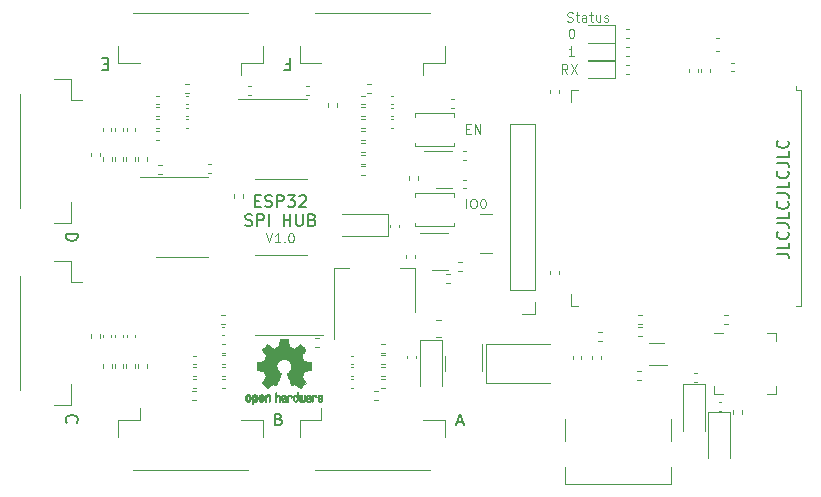
<source format=gto>
G04 #@! TF.GenerationSoftware,KiCad,Pcbnew,(6.0.6)*
G04 #@! TF.CreationDate,2022-07-05T19:51:37+02:00*
G04 #@! TF.ProjectId,esp32-spi-hub,65737033-322d-4737-9069-2d6875622e6b,rev?*
G04 #@! TF.SameCoordinates,Original*
G04 #@! TF.FileFunction,Legend,Top*
G04 #@! TF.FilePolarity,Positive*
%FSLAX46Y46*%
G04 Gerber Fmt 4.6, Leading zero omitted, Abs format (unit mm)*
G04 Created by KiCad (PCBNEW (6.0.6)) date 2022-07-05 19:51:37*
%MOMM*%
%LPD*%
G01*
G04 APERTURE LIST*
%ADD10C,0.150000*%
%ADD11C,0.100000*%
%ADD12C,0.120000*%
%ADD13C,0.010000*%
G04 APERTURE END LIST*
D10*
X126642857Y-142609523D02*
X126595238Y-142561904D01*
X126547619Y-142419047D01*
X126547619Y-142323809D01*
X126595238Y-142180952D01*
X126690476Y-142085714D01*
X126785714Y-142038095D01*
X126976190Y-141990476D01*
X127119047Y-141990476D01*
X127309523Y-142038095D01*
X127404761Y-142085714D01*
X127500000Y-142180952D01*
X127547619Y-142323809D01*
X127547619Y-142419047D01*
X127500000Y-142561904D01*
X127452380Y-142609523D01*
D11*
X160455476Y-117742857D02*
X160722142Y-117742857D01*
X160836428Y-118161904D02*
X160455476Y-118161904D01*
X160455476Y-117361904D01*
X160836428Y-117361904D01*
X161179285Y-118161904D02*
X161179285Y-117361904D01*
X161636428Y-118161904D01*
X161636428Y-117361904D01*
D10*
X145157142Y-112271428D02*
X145490476Y-112271428D01*
X145490476Y-111747619D02*
X145490476Y-112747619D01*
X145014285Y-112747619D01*
D11*
X160455476Y-124461904D02*
X160455476Y-123661904D01*
X160988809Y-123661904D02*
X161141190Y-123661904D01*
X161217380Y-123700000D01*
X161293571Y-123776190D01*
X161331666Y-123928571D01*
X161331666Y-124195238D01*
X161293571Y-124347619D01*
X161217380Y-124423809D01*
X161141190Y-124461904D01*
X160988809Y-124461904D01*
X160912619Y-124423809D01*
X160836428Y-124347619D01*
X160798333Y-124195238D01*
X160798333Y-123928571D01*
X160836428Y-123776190D01*
X160912619Y-123700000D01*
X160988809Y-123661904D01*
X161826904Y-123661904D02*
X161903095Y-123661904D01*
X161979285Y-123700000D01*
X162017380Y-123738095D01*
X162055476Y-123814285D01*
X162093571Y-123966666D01*
X162093571Y-124157142D01*
X162055476Y-124309523D01*
X162017380Y-124385714D01*
X161979285Y-124423809D01*
X161903095Y-124461904D01*
X161826904Y-124461904D01*
X161750714Y-124423809D01*
X161712619Y-124385714D01*
X161674523Y-124309523D01*
X161636428Y-124157142D01*
X161636428Y-123966666D01*
X161674523Y-123814285D01*
X161712619Y-123738095D01*
X161750714Y-123700000D01*
X161826904Y-123661904D01*
X169020714Y-113061904D02*
X168754047Y-112680952D01*
X168563571Y-113061904D02*
X168563571Y-112261904D01*
X168868333Y-112261904D01*
X168944523Y-112300000D01*
X168982619Y-112338095D01*
X169020714Y-112414285D01*
X169020714Y-112528571D01*
X168982619Y-112604761D01*
X168944523Y-112642857D01*
X168868333Y-112680952D01*
X168563571Y-112680952D01*
X169287380Y-112261904D02*
X169820714Y-113061904D01*
X169820714Y-112261904D02*
X169287380Y-113061904D01*
X143480952Y-126561904D02*
X143747619Y-127361904D01*
X144014285Y-126561904D01*
X144700000Y-127361904D02*
X144242857Y-127361904D01*
X144471428Y-127361904D02*
X144471428Y-126561904D01*
X144395238Y-126676190D01*
X144319047Y-126752380D01*
X144242857Y-126790476D01*
X145042857Y-127285714D02*
X145080952Y-127323809D01*
X145042857Y-127361904D01*
X145004761Y-127323809D01*
X145042857Y-127285714D01*
X145042857Y-127361904D01*
X145576190Y-126561904D02*
X145652380Y-126561904D01*
X145728571Y-126600000D01*
X145766666Y-126638095D01*
X145804761Y-126714285D01*
X145842857Y-126866666D01*
X145842857Y-127057142D01*
X145804761Y-127209523D01*
X145766666Y-127285714D01*
X145728571Y-127323809D01*
X145652380Y-127361904D01*
X145576190Y-127361904D01*
X145500000Y-127323809D01*
X145461904Y-127285714D01*
X145423809Y-127209523D01*
X145385714Y-127057142D01*
X145385714Y-126866666D01*
X145423809Y-126714285D01*
X145461904Y-126638095D01*
X145500000Y-126600000D01*
X145576190Y-126561904D01*
D10*
X186752380Y-128319047D02*
X187466666Y-128319047D01*
X187609523Y-128366666D01*
X187704761Y-128461904D01*
X187752380Y-128604761D01*
X187752380Y-128700000D01*
X187752380Y-127366666D02*
X187752380Y-127842857D01*
X186752380Y-127842857D01*
X187657142Y-126461904D02*
X187704761Y-126509523D01*
X187752380Y-126652380D01*
X187752380Y-126747619D01*
X187704761Y-126890476D01*
X187609523Y-126985714D01*
X187514285Y-127033333D01*
X187323809Y-127080952D01*
X187180952Y-127080952D01*
X186990476Y-127033333D01*
X186895238Y-126985714D01*
X186800000Y-126890476D01*
X186752380Y-126747619D01*
X186752380Y-126652380D01*
X186800000Y-126509523D01*
X186847619Y-126461904D01*
X186752380Y-125747619D02*
X187466666Y-125747619D01*
X187609523Y-125795238D01*
X187704761Y-125890476D01*
X187752380Y-126033333D01*
X187752380Y-126128571D01*
X187752380Y-124795238D02*
X187752380Y-125271428D01*
X186752380Y-125271428D01*
X187657142Y-123890476D02*
X187704761Y-123938095D01*
X187752380Y-124080952D01*
X187752380Y-124176190D01*
X187704761Y-124319047D01*
X187609523Y-124414285D01*
X187514285Y-124461904D01*
X187323809Y-124509523D01*
X187180952Y-124509523D01*
X186990476Y-124461904D01*
X186895238Y-124414285D01*
X186800000Y-124319047D01*
X186752380Y-124176190D01*
X186752380Y-124080952D01*
X186800000Y-123938095D01*
X186847619Y-123890476D01*
X186752380Y-123176190D02*
X187466666Y-123176190D01*
X187609523Y-123223809D01*
X187704761Y-123319047D01*
X187752380Y-123461904D01*
X187752380Y-123557142D01*
X187752380Y-122223809D02*
X187752380Y-122700000D01*
X186752380Y-122700000D01*
X187657142Y-121319047D02*
X187704761Y-121366666D01*
X187752380Y-121509523D01*
X187752380Y-121604761D01*
X187704761Y-121747619D01*
X187609523Y-121842857D01*
X187514285Y-121890476D01*
X187323809Y-121938095D01*
X187180952Y-121938095D01*
X186990476Y-121890476D01*
X186895238Y-121842857D01*
X186800000Y-121747619D01*
X186752380Y-121604761D01*
X186752380Y-121509523D01*
X186800000Y-121366666D01*
X186847619Y-121319047D01*
X186752380Y-120604761D02*
X187466666Y-120604761D01*
X187609523Y-120652380D01*
X187704761Y-120747619D01*
X187752380Y-120890476D01*
X187752380Y-120985714D01*
X187752380Y-119652380D02*
X187752380Y-120128571D01*
X186752380Y-120128571D01*
X187657142Y-118747619D02*
X187704761Y-118795238D01*
X187752380Y-118938095D01*
X187752380Y-119033333D01*
X187704761Y-119176190D01*
X187609523Y-119271428D01*
X187514285Y-119319047D01*
X187323809Y-119366666D01*
X187180952Y-119366666D01*
X186990476Y-119319047D01*
X186895238Y-119271428D01*
X186800000Y-119176190D01*
X186752380Y-119033333D01*
X186752380Y-118938095D01*
X186800000Y-118795238D01*
X186847619Y-118747619D01*
D11*
X169315952Y-109261904D02*
X169392142Y-109261904D01*
X169468333Y-109300000D01*
X169506428Y-109338095D01*
X169544523Y-109414285D01*
X169582619Y-109566666D01*
X169582619Y-109757142D01*
X169544523Y-109909523D01*
X169506428Y-109985714D01*
X169468333Y-110023809D01*
X169392142Y-110061904D01*
X169315952Y-110061904D01*
X169239761Y-110023809D01*
X169201666Y-109985714D01*
X169163571Y-109909523D01*
X169125476Y-109757142D01*
X169125476Y-109566666D01*
X169163571Y-109414285D01*
X169201666Y-109338095D01*
X169239761Y-109300000D01*
X169315952Y-109261904D01*
D10*
X142557142Y-123823571D02*
X142890476Y-123823571D01*
X143033333Y-124347380D02*
X142557142Y-124347380D01*
X142557142Y-123347380D01*
X143033333Y-123347380D01*
X143414285Y-124299761D02*
X143557142Y-124347380D01*
X143795238Y-124347380D01*
X143890476Y-124299761D01*
X143938095Y-124252142D01*
X143985714Y-124156904D01*
X143985714Y-124061666D01*
X143938095Y-123966428D01*
X143890476Y-123918809D01*
X143795238Y-123871190D01*
X143604761Y-123823571D01*
X143509523Y-123775952D01*
X143461904Y-123728333D01*
X143414285Y-123633095D01*
X143414285Y-123537857D01*
X143461904Y-123442619D01*
X143509523Y-123395000D01*
X143604761Y-123347380D01*
X143842857Y-123347380D01*
X143985714Y-123395000D01*
X144414285Y-124347380D02*
X144414285Y-123347380D01*
X144795238Y-123347380D01*
X144890476Y-123395000D01*
X144938095Y-123442619D01*
X144985714Y-123537857D01*
X144985714Y-123680714D01*
X144938095Y-123775952D01*
X144890476Y-123823571D01*
X144795238Y-123871190D01*
X144414285Y-123871190D01*
X145319047Y-123347380D02*
X145938095Y-123347380D01*
X145604761Y-123728333D01*
X145747619Y-123728333D01*
X145842857Y-123775952D01*
X145890476Y-123823571D01*
X145938095Y-123918809D01*
X145938095Y-124156904D01*
X145890476Y-124252142D01*
X145842857Y-124299761D01*
X145747619Y-124347380D01*
X145461904Y-124347380D01*
X145366666Y-124299761D01*
X145319047Y-124252142D01*
X146319047Y-123442619D02*
X146366666Y-123395000D01*
X146461904Y-123347380D01*
X146700000Y-123347380D01*
X146795238Y-123395000D01*
X146842857Y-123442619D01*
X146890476Y-123537857D01*
X146890476Y-123633095D01*
X146842857Y-123775952D01*
X146271428Y-124347380D01*
X146890476Y-124347380D01*
X141747619Y-125909761D02*
X141890476Y-125957380D01*
X142128571Y-125957380D01*
X142223809Y-125909761D01*
X142271428Y-125862142D01*
X142319047Y-125766904D01*
X142319047Y-125671666D01*
X142271428Y-125576428D01*
X142223809Y-125528809D01*
X142128571Y-125481190D01*
X141938095Y-125433571D01*
X141842857Y-125385952D01*
X141795238Y-125338333D01*
X141747619Y-125243095D01*
X141747619Y-125147857D01*
X141795238Y-125052619D01*
X141842857Y-125005000D01*
X141938095Y-124957380D01*
X142176190Y-124957380D01*
X142319047Y-125005000D01*
X142747619Y-125957380D02*
X142747619Y-124957380D01*
X143128571Y-124957380D01*
X143223809Y-125005000D01*
X143271428Y-125052619D01*
X143319047Y-125147857D01*
X143319047Y-125290714D01*
X143271428Y-125385952D01*
X143223809Y-125433571D01*
X143128571Y-125481190D01*
X142747619Y-125481190D01*
X143747619Y-125957380D02*
X143747619Y-124957380D01*
X144985714Y-125957380D02*
X144985714Y-124957380D01*
X144985714Y-125433571D02*
X145557142Y-125433571D01*
X145557142Y-125957380D02*
X145557142Y-124957380D01*
X146033333Y-124957380D02*
X146033333Y-125766904D01*
X146080952Y-125862142D01*
X146128571Y-125909761D01*
X146223809Y-125957380D01*
X146414285Y-125957380D01*
X146509523Y-125909761D01*
X146557142Y-125862142D01*
X146604761Y-125766904D01*
X146604761Y-124957380D01*
X147414285Y-125433571D02*
X147557142Y-125481190D01*
X147604761Y-125528809D01*
X147652380Y-125624047D01*
X147652380Y-125766904D01*
X147604761Y-125862142D01*
X147557142Y-125909761D01*
X147461904Y-125957380D01*
X147080952Y-125957380D01*
X147080952Y-124957380D01*
X147414285Y-124957380D01*
X147509523Y-125005000D01*
X147557142Y-125052619D01*
X147604761Y-125147857D01*
X147604761Y-125243095D01*
X147557142Y-125338333D01*
X147509523Y-125385952D01*
X147414285Y-125433571D01*
X147080952Y-125433571D01*
X144571428Y-142328571D02*
X144714285Y-142376190D01*
X144761904Y-142423809D01*
X144809523Y-142519047D01*
X144809523Y-142661904D01*
X144761904Y-142757142D01*
X144714285Y-142804761D01*
X144619047Y-142852380D01*
X144238095Y-142852380D01*
X144238095Y-141852380D01*
X144571428Y-141852380D01*
X144666666Y-141900000D01*
X144714285Y-141947619D01*
X144761904Y-142042857D01*
X144761904Y-142138095D01*
X144714285Y-142233333D01*
X144666666Y-142280952D01*
X144571428Y-142328571D01*
X144238095Y-142328571D01*
X159661904Y-142566666D02*
X160138095Y-142566666D01*
X159566666Y-142852380D02*
X159900000Y-141852380D01*
X160233333Y-142852380D01*
X126547619Y-126638095D02*
X127547619Y-126638095D01*
X127547619Y-126876190D01*
X127500000Y-127019047D01*
X127404761Y-127114285D01*
X127309523Y-127161904D01*
X127119047Y-127209523D01*
X126976190Y-127209523D01*
X126785714Y-127161904D01*
X126690476Y-127114285D01*
X126595238Y-127019047D01*
X126547619Y-126876190D01*
X126547619Y-126638095D01*
X130114285Y-112271428D02*
X129780952Y-112271428D01*
X129638095Y-111747619D02*
X130114285Y-111747619D01*
X130114285Y-112747619D01*
X129638095Y-112747619D01*
D11*
X169582619Y-111561904D02*
X169125476Y-111561904D01*
X169354047Y-111561904D02*
X169354047Y-110761904D01*
X169277857Y-110876190D01*
X169201666Y-110952380D01*
X169125476Y-110990476D01*
X169015952Y-108623809D02*
X169130238Y-108661904D01*
X169320714Y-108661904D01*
X169396904Y-108623809D01*
X169435000Y-108585714D01*
X169473095Y-108509523D01*
X169473095Y-108433333D01*
X169435000Y-108357142D01*
X169396904Y-108319047D01*
X169320714Y-108280952D01*
X169168333Y-108242857D01*
X169092142Y-108204761D01*
X169054047Y-108166666D01*
X169015952Y-108090476D01*
X169015952Y-108014285D01*
X169054047Y-107938095D01*
X169092142Y-107900000D01*
X169168333Y-107861904D01*
X169358809Y-107861904D01*
X169473095Y-107900000D01*
X169701666Y-108128571D02*
X170006428Y-108128571D01*
X169815952Y-107861904D02*
X169815952Y-108547619D01*
X169854047Y-108623809D01*
X169930238Y-108661904D01*
X170006428Y-108661904D01*
X170615952Y-108661904D02*
X170615952Y-108242857D01*
X170577857Y-108166666D01*
X170501666Y-108128571D01*
X170349285Y-108128571D01*
X170273095Y-108166666D01*
X170615952Y-108623809D02*
X170539761Y-108661904D01*
X170349285Y-108661904D01*
X170273095Y-108623809D01*
X170235000Y-108547619D01*
X170235000Y-108471428D01*
X170273095Y-108395238D01*
X170349285Y-108357142D01*
X170539761Y-108357142D01*
X170615952Y-108319047D01*
X170882619Y-108128571D02*
X171187380Y-108128571D01*
X170996904Y-107861904D02*
X170996904Y-108547619D01*
X171035000Y-108623809D01*
X171111190Y-108661904D01*
X171187380Y-108661904D01*
X171796904Y-108128571D02*
X171796904Y-108661904D01*
X171454047Y-108128571D02*
X171454047Y-108547619D01*
X171492142Y-108623809D01*
X171568333Y-108661904D01*
X171682619Y-108661904D01*
X171758809Y-108623809D01*
X171796904Y-108585714D01*
X172139761Y-108623809D02*
X172215952Y-108661904D01*
X172368333Y-108661904D01*
X172444523Y-108623809D01*
X172482619Y-108547619D01*
X172482619Y-108509523D01*
X172444523Y-108433333D01*
X172368333Y-108395238D01*
X172254047Y-108395238D01*
X172177857Y-108357142D01*
X172139761Y-108280952D01*
X172139761Y-108242857D01*
X172177857Y-108166666D01*
X172254047Y-108128571D01*
X172368333Y-108128571D01*
X172444523Y-108166666D01*
D12*
G04 #@! TO.C,C10*
X182047836Y-140880000D02*
X181832164Y-140880000D01*
X182047836Y-141600000D02*
X181832164Y-141600000D01*
G04 #@! TO.C,C34*
X136692164Y-115940000D02*
X136907836Y-115940000D01*
X136692164Y-116660000D02*
X136907836Y-116660000D01*
G04 #@! TO.C,R28*
X139708859Y-134255000D02*
X140016141Y-134255000D01*
X139708859Y-133495000D02*
X140016141Y-133495000D01*
G04 #@! TO.C,C1*
X155440000Y-136942164D02*
X155440000Y-137157836D01*
X156160000Y-136942164D02*
X156160000Y-137157836D01*
G04 #@! TO.C,C28*
X131690000Y-135407836D02*
X131690000Y-135192164D01*
X132410000Y-135407836D02*
X132410000Y-135192164D01*
G04 #@! TO.C,R44*
X132430000Y-137953641D02*
X132430000Y-137646359D01*
X131670000Y-137953641D02*
X131670000Y-137646359D01*
G04 #@! TO.C,R40*
X140820000Y-123588641D02*
X140820000Y-123281359D01*
X141580000Y-123588641D02*
X141580000Y-123281359D01*
G04 #@! TO.C,C26*
X129690000Y-135407836D02*
X129690000Y-135192164D01*
X130410000Y-135407836D02*
X130410000Y-135192164D01*
G04 #@! TO.C,R1*
X183820000Y-141893641D02*
X183820000Y-141586359D01*
X183060000Y-141893641D02*
X183060000Y-141586359D01*
G04 #@! TO.C,C15*
X139970336Y-135235000D02*
X139754664Y-135235000D01*
X139970336Y-134515000D02*
X139754664Y-134515000D01*
G04 #@! TO.C,R48*
X151536359Y-115920000D02*
X151843641Y-115920000D01*
X151536359Y-116680000D02*
X151843641Y-116680000D01*
G04 #@! TO.C,D2*
X173085000Y-111965000D02*
X170800000Y-111965000D01*
X173085000Y-113435000D02*
X173085000Y-111965000D01*
X170800000Y-113435000D02*
X173085000Y-113435000D01*
G04 #@! TO.C,C33*
X136692164Y-114940000D02*
X136907836Y-114940000D01*
X136692164Y-115660000D02*
X136907836Y-115660000D01*
G04 #@! TO.C,R55*
X134146359Y-115920000D02*
X134453641Y-115920000D01*
X134146359Y-116680000D02*
X134453641Y-116680000D01*
G04 #@! TO.C,R34*
X129430000Y-119746359D02*
X129430000Y-120053641D01*
X128670000Y-119746359D02*
X128670000Y-120053641D01*
G04 #@! TO.C,R36*
X130670000Y-120443641D02*
X130670000Y-120136359D01*
X131430000Y-120443641D02*
X131430000Y-120136359D01*
G04 #@! TO.C,R7*
X167555000Y-129746359D02*
X167555000Y-130053641D01*
X168315000Y-129746359D02*
X168315000Y-130053641D01*
G04 #@! TO.C,R52*
X149480000Y-115546359D02*
X149480000Y-115853641D01*
X148720000Y-115546359D02*
X148720000Y-115853641D01*
G04 #@! TO.C,R18*
X173946359Y-113080000D02*
X174253641Y-113080000D01*
X173946359Y-112320000D02*
X174253641Y-112320000D01*
G04 #@! TO.C,U2*
X185935000Y-134990000D02*
X186660000Y-134990000D01*
X186660000Y-140210000D02*
X186660000Y-139485000D01*
X186660000Y-134990000D02*
X186660000Y-135715000D01*
X182165000Y-134990000D02*
X181440000Y-134990000D01*
X185935000Y-140210000D02*
X186660000Y-140210000D01*
X181440000Y-140210000D02*
X181440000Y-139485000D01*
X182165000Y-140210000D02*
X181440000Y-140210000D01*
G04 #@! TO.C,R15*
X171130000Y-137243641D02*
X171130000Y-136936359D01*
X171890000Y-137243641D02*
X171890000Y-136936359D01*
G04 #@! TO.C,R33*
X153553641Y-135920000D02*
X153246359Y-135920000D01*
X153553641Y-136680000D02*
X153246359Y-136680000D01*
G04 #@! TO.C,C13*
X160192164Y-120360000D02*
X160407836Y-120360000D01*
X160192164Y-119640000D02*
X160407836Y-119640000D01*
G04 #@! TO.C,R49*
X151536359Y-117680000D02*
X151843641Y-117680000D01*
X151536359Y-116920000D02*
X151843641Y-116920000D01*
G04 #@! TO.C,U4*
X177450000Y-137700000D02*
X175900000Y-137700000D01*
X175900000Y-135900000D02*
X177200000Y-135900000D01*
G04 #@! TO.C,C9*
X179340000Y-112917836D02*
X179340000Y-112702164D01*
X180060000Y-112917836D02*
X180060000Y-112702164D01*
G04 #@! TO.C,R26*
X140053641Y-136680000D02*
X139746359Y-136680000D01*
X140053641Y-135920000D02*
X139746359Y-135920000D01*
G04 #@! TO.C,P1*
X168840000Y-147850000D02*
X168840000Y-146390000D01*
X177780000Y-147850000D02*
X177780000Y-146390000D01*
X168840000Y-142340000D02*
X168840000Y-144140000D01*
X177780000Y-142340000D02*
X177780000Y-144140000D01*
X177780000Y-147850000D02*
X168840000Y-147850000D01*
G04 #@! TO.C,R29*
X147953641Y-136180000D02*
X147646359Y-136180000D01*
X147953641Y-135420000D02*
X147646359Y-135420000D01*
G04 #@! TO.C,C12*
X169450000Y-137207836D02*
X169450000Y-136992164D01*
X170170000Y-137207836D02*
X170170000Y-136992164D01*
G04 #@! TO.C,R35*
X130430000Y-120443641D02*
X130430000Y-120136359D01*
X129670000Y-120443641D02*
X129670000Y-120136359D01*
G04 #@! TO.C,C6*
X181840580Y-110090000D02*
X181559420Y-110090000D01*
X181840580Y-111110000D02*
X181559420Y-111110000D01*
G04 #@! TO.C,SW2*
X159450000Y-126000000D02*
X159450000Y-125700000D01*
X156150000Y-125700000D02*
X156150000Y-126000000D01*
X159450000Y-123200000D02*
X159450000Y-123500000D01*
X156150000Y-126000000D02*
X159450000Y-126000000D01*
X156150000Y-123500000D02*
X156150000Y-123200000D01*
X156150000Y-123200000D02*
X159450000Y-123200000D01*
G04 #@! TO.C,R45*
X133430000Y-137953641D02*
X133430000Y-137646359D01*
X132670000Y-137953641D02*
X132670000Y-137646359D01*
G04 #@! TO.C,R3*
X180320000Y-112636359D02*
X180320000Y-112943641D01*
X181080000Y-112636359D02*
X181080000Y-112943641D01*
G04 #@! TO.C,J7*
X143210000Y-112210000D02*
X141410000Y-112210000D01*
X143210000Y-110760000D02*
X143210000Y-112210000D01*
X130990000Y-112210000D02*
X132790000Y-112210000D01*
X130990000Y-110760000D02*
X130990000Y-112210000D01*
X141410000Y-112210000D02*
X141410000Y-113200000D01*
X141940000Y-107940000D02*
X132260000Y-107940000D01*
G04 #@! TO.C,C4*
X153800000Y-124965000D02*
X149890000Y-124965000D01*
X153800000Y-126835000D02*
X153800000Y-124965000D01*
X149890000Y-126835000D02*
X153800000Y-126835000D01*
G04 #@! TO.C,R8*
X168280000Y-114743641D02*
X168280000Y-114436359D01*
X167520000Y-114743641D02*
X167520000Y-114436359D01*
G04 #@! TO.C,R10*
X151853641Y-120680000D02*
X151546359Y-120680000D01*
X151853641Y-119920000D02*
X151546359Y-119920000D01*
G04 #@! TO.C,J2*
X143210000Y-143840000D02*
X143210000Y-142390000D01*
X132260000Y-146660000D02*
X141940000Y-146660000D01*
X132790000Y-142390000D02*
X132790000Y-141400000D01*
X143210000Y-142390000D02*
X141410000Y-142390000D01*
X130990000Y-143840000D02*
X130990000Y-142390000D01*
X130990000Y-142390000D02*
X132790000Y-142390000D01*
G04 #@! TO.C,R43*
X130670000Y-137953641D02*
X130670000Y-137646359D01*
X131430000Y-137953641D02*
X131430000Y-137646359D01*
G04 #@! TO.C,R5*
X155360000Y-128386359D02*
X155360000Y-128693641D01*
X156120000Y-128386359D02*
X156120000Y-128693641D01*
G04 #@! TO.C,C21*
X150897836Y-136940000D02*
X150682164Y-136940000D01*
X150897836Y-137660000D02*
X150682164Y-137660000D01*
G04 #@! TO.C,R57*
X134146359Y-117920000D02*
X134453641Y-117920000D01*
X134146359Y-118680000D02*
X134453641Y-118680000D01*
G04 #@! TO.C,C23*
X130410000Y-117897836D02*
X130410000Y-117682164D01*
X129690000Y-117897836D02*
X129690000Y-117682164D01*
G04 #@! TO.C,R30*
X153553641Y-139680000D02*
X153246359Y-139680000D01*
X153553641Y-138920000D02*
X153246359Y-138920000D01*
G04 #@! TO.C,J6*
X158610000Y-110760000D02*
X158610000Y-112210000D01*
X157340000Y-107940000D02*
X147660000Y-107940000D01*
X146390000Y-112210000D02*
X148190000Y-112210000D01*
X156810000Y-112210000D02*
X156810000Y-113200000D01*
X158610000Y-112210000D02*
X156810000Y-112210000D01*
X146390000Y-110760000D02*
X146390000Y-112210000D01*
G04 #@! TO.C,SW1*
X156150000Y-118900000D02*
X156150000Y-119200000D01*
X159450000Y-116400000D02*
X159450000Y-116700000D01*
X156150000Y-116400000D02*
X159450000Y-116400000D01*
X156150000Y-116700000D02*
X156150000Y-116400000D01*
X159450000Y-119200000D02*
X159450000Y-118900000D01*
X156150000Y-119200000D02*
X159450000Y-119200000D01*
G04 #@! TO.C,C32*
X154072164Y-117660000D02*
X154287836Y-117660000D01*
X154072164Y-116940000D02*
X154287836Y-116940000D01*
G04 #@! TO.C,R21*
X160093641Y-129780000D02*
X159786359Y-129780000D01*
X160093641Y-129020000D02*
X159786359Y-129020000D01*
G04 #@! TO.C,R32*
X153553641Y-136920000D02*
X153246359Y-136920000D01*
X153553641Y-137680000D02*
X153246359Y-137680000D01*
G04 #@! TO.C,RN1*
X161600000Y-124920000D02*
X162600000Y-124920000D01*
X161600000Y-128280000D02*
X162600000Y-128280000D01*
G04 #@! TO.C,R51*
X136953641Y-114680000D02*
X136646359Y-114680000D01*
X136953641Y-113920000D02*
X136646359Y-113920000D01*
G04 #@! TO.C,FB1*
X158314564Y-133915000D02*
X157860436Y-133915000D01*
X158314564Y-135385000D02*
X157860436Y-135385000D01*
G04 #@! TO.C,R4*
X155620000Y-122053641D02*
X155620000Y-121746359D01*
X156380000Y-122053641D02*
X156380000Y-121746359D01*
G04 #@! TO.C,U3*
X188765000Y-132720000D02*
X188345000Y-132720000D01*
X169945000Y-114480000D02*
X169325000Y-114480000D01*
X188345000Y-114480000D02*
X188345000Y-114100000D01*
X188765000Y-114480000D02*
X188345000Y-114480000D01*
X169325000Y-114480000D02*
X169325000Y-115480000D01*
X188765000Y-114480000D02*
X188765000Y-132720000D01*
X169325000Y-132720000D02*
X169325000Y-131720000D01*
X169945000Y-132720000D02*
X169325000Y-132720000D01*
G04 #@! TO.C,R50*
X151536359Y-118680000D02*
X151843641Y-118680000D01*
X151536359Y-117920000D02*
X151843641Y-117920000D01*
G04 #@! TO.C,R16*
X175243641Y-138220000D02*
X174936359Y-138220000D01*
X175243641Y-138980000D02*
X174936359Y-138980000D01*
G04 #@! TO.C,C7*
X179967836Y-139150000D02*
X179752164Y-139150000D01*
X179967836Y-138430000D02*
X179752164Y-138430000D01*
G04 #@! TO.C,Q1*
X161800000Y-137600000D02*
X161800000Y-135925000D01*
X158680000Y-137600000D02*
X158680000Y-138250000D01*
X158680000Y-137600000D02*
X158680000Y-136950000D01*
X161800000Y-137600000D02*
X161800000Y-138250000D01*
G04 #@! TO.C,R38*
X132670000Y-120443641D02*
X132670000Y-120136359D01*
X133430000Y-120443641D02*
X133430000Y-120136359D01*
G04 #@! TO.C,C17*
X137527836Y-138660000D02*
X137312164Y-138660000D01*
X137527836Y-137940000D02*
X137312164Y-137940000D01*
G04 #@! TO.C,C19*
X150877836Y-139660000D02*
X150662164Y-139660000D01*
X150877836Y-138940000D02*
X150662164Y-138940000D01*
G04 #@! TO.C,C27*
X131410000Y-135407836D02*
X131410000Y-135192164D01*
X130690000Y-135407836D02*
X130690000Y-135192164D01*
G04 #@! TO.C,C30*
X154072164Y-115660000D02*
X154287836Y-115660000D01*
X154072164Y-114940000D02*
X154287836Y-114940000D01*
G04 #@! TO.C,C3*
X154750000Y-125842164D02*
X154750000Y-126057836D01*
X154030000Y-125842164D02*
X154030000Y-126057836D01*
G04 #@! TO.C,R37*
X131670000Y-120453641D02*
X131670000Y-120146359D01*
X132430000Y-120453641D02*
X132430000Y-120146359D01*
G04 #@! TO.C,J4*
X126960000Y-125710000D02*
X126960000Y-123910000D01*
X122690000Y-114760000D02*
X122690000Y-124440000D01*
X125510000Y-113490000D02*
X126960000Y-113490000D01*
X125510000Y-125710000D02*
X126960000Y-125710000D01*
X126960000Y-115290000D02*
X127950000Y-115290000D01*
X126960000Y-113490000D02*
X126960000Y-115290000D01*
G04 #@! TO.C,R47*
X151536359Y-115680000D02*
X151843641Y-115680000D01*
X151536359Y-114920000D02*
X151843641Y-114920000D01*
G04 #@! TO.C,C8*
X180675000Y-143290000D02*
X180675000Y-139380000D01*
X178805000Y-139380000D02*
X178805000Y-143290000D01*
X180675000Y-139380000D02*
X178805000Y-139380000D01*
G04 #@! TO.C,R54*
X134146359Y-114920000D02*
X134453641Y-114920000D01*
X134146359Y-115680000D02*
X134453641Y-115680000D01*
G04 #@! TO.C,R20*
X173946359Y-109320000D02*
X174253641Y-109320000D01*
X173946359Y-110080000D02*
X174253641Y-110080000D01*
G04 #@! TO.C,C20*
X150897836Y-138660000D02*
X150682164Y-138660000D01*
X150897836Y-137940000D02*
X150682164Y-137940000D01*
G04 #@! TO.C,C2*
X158375000Y-135640000D02*
X156505000Y-135640000D01*
X156505000Y-135640000D02*
X156505000Y-139550000D01*
X158375000Y-139550000D02*
X158375000Y-135640000D01*
G04 #@! TO.C,C22*
X138807836Y-120740000D02*
X138592164Y-120740000D01*
X138807836Y-121460000D02*
X138592164Y-121460000D01*
G04 #@! TO.C,J5*
X126960000Y-130690000D02*
X127950000Y-130690000D01*
X125510000Y-128890000D02*
X126960000Y-128890000D01*
X126960000Y-141110000D02*
X126960000Y-139310000D01*
X122690000Y-130160000D02*
X122690000Y-139840000D01*
X125510000Y-141110000D02*
X126960000Y-141110000D01*
X126960000Y-128890000D02*
X126960000Y-130690000D01*
G04 #@! TO.C,C25*
X131690000Y-117917836D02*
X131690000Y-117702164D01*
X132410000Y-117917836D02*
X132410000Y-117702164D01*
G04 #@! TO.C,C24*
X131410000Y-117897836D02*
X131410000Y-117682164D01*
X130690000Y-117897836D02*
X130690000Y-117682164D01*
G04 #@! TO.C,J3*
X146390000Y-143840000D02*
X146390000Y-142390000D01*
X147660000Y-146660000D02*
X157340000Y-146660000D01*
X148190000Y-142390000D02*
X148190000Y-141400000D01*
X146390000Y-142390000D02*
X148190000Y-142390000D01*
X158610000Y-143840000D02*
X158610000Y-142390000D01*
X158610000Y-142390000D02*
X156810000Y-142390000D01*
G04 #@! TO.C,C14*
X160192164Y-122760000D02*
X160407836Y-122760000D01*
X160192164Y-122040000D02*
X160407836Y-122040000D01*
G04 #@! TO.C,R14*
X171953641Y-135680000D02*
X171646359Y-135680000D01*
X171953641Y-134920000D02*
X171646359Y-134920000D01*
G04 #@! TO.C,R56*
X134146359Y-116920000D02*
X134453641Y-116920000D01*
X134146359Y-117680000D02*
X134453641Y-117680000D01*
G04 #@! TO.C,D3*
X173085000Y-111935000D02*
X173085000Y-110465000D01*
X173085000Y-110465000D02*
X170800000Y-110465000D01*
X170800000Y-111935000D02*
X173085000Y-111935000D01*
G04 #@! TO.C,R17*
X159453641Y-115220000D02*
X159146359Y-115220000D01*
X159453641Y-115980000D02*
X159146359Y-115980000D01*
G04 #@! TO.C,D1*
X162110000Y-135960000D02*
X167510000Y-135960000D01*
X162110000Y-135960000D02*
X162110000Y-139260000D01*
X162110000Y-139260000D02*
X167510000Y-139260000D01*
G04 #@! TO.C,Q2*
X158562500Y-119640000D02*
X156887500Y-119640000D01*
X158562500Y-122760000D02*
X159212500Y-122760000D01*
X158562500Y-119640000D02*
X159212500Y-119640000D01*
X158562500Y-122760000D02*
X157912500Y-122760000D01*
G04 #@! TO.C,U6*
X136400000Y-128585000D02*
X138600000Y-128585000D01*
X136400000Y-121815000D02*
X138600000Y-121815000D01*
X136400000Y-128585000D02*
X134200000Y-128585000D01*
X136400000Y-121815000D02*
X132800000Y-121815000D01*
G04 #@! TO.C,R12*
X175288641Y-133520000D02*
X174981359Y-133520000D01*
X175288641Y-134280000D02*
X174981359Y-134280000D01*
G04 #@! TO.C,R11*
X151853641Y-119680000D02*
X151546359Y-119680000D01*
X151853641Y-118920000D02*
X151546359Y-118920000D01*
G04 #@! TO.C,R19*
X173946359Y-111580000D02*
X174253641Y-111580000D01*
X173946359Y-110820000D02*
X174253641Y-110820000D01*
G04 #@! TO.C,C35*
X136692164Y-116940000D02*
X136907836Y-116940000D01*
X136692164Y-117660000D02*
X136907836Y-117660000D01*
G04 #@! TO.C,C29*
X147127836Y-114140000D02*
X146912164Y-114140000D01*
X147127836Y-114860000D02*
X146912164Y-114860000D01*
G04 #@! TO.C,R2*
X182588641Y-133520000D02*
X182281359Y-133520000D01*
X182588641Y-134280000D02*
X182281359Y-134280000D01*
G04 #@! TO.C,C31*
X154072164Y-115940000D02*
X154287836Y-115940000D01*
X154072164Y-116660000D02*
X154287836Y-116660000D01*
G04 #@! TO.C,R42*
X129670000Y-137953641D02*
X129670000Y-137646359D01*
X130430000Y-137953641D02*
X130430000Y-137646359D01*
G04 #@! TO.C,R25*
X140053641Y-137680000D02*
X139746359Y-137680000D01*
X140053641Y-136920000D02*
X139746359Y-136920000D01*
G04 #@! TO.C,U1*
X156110000Y-129490000D02*
X154850000Y-129490000D01*
X149290000Y-135500000D02*
X149290000Y-129490000D01*
X149290000Y-129490000D02*
X150550000Y-129490000D01*
X156110000Y-133250000D02*
X156110000Y-129490000D01*
G04 #@! TO.C,C16*
X137527836Y-139660000D02*
X137312164Y-139660000D01*
X137527836Y-138940000D02*
X137312164Y-138940000D01*
G04 #@! TO.C,R23*
X140053641Y-139680000D02*
X139746359Y-139680000D01*
X140053641Y-138920000D02*
X139746359Y-138920000D01*
G04 #@! TO.C,REF\u002A\u002A*
G36*
X147868196Y-140395384D02*
G01*
X147881884Y-140346695D01*
X147904096Y-140310849D01*
X147936574Y-140282513D01*
X147950733Y-140273355D01*
X148015053Y-140249507D01*
X148085473Y-140248006D01*
X148153595Y-140266966D01*
X148211021Y-140304497D01*
X148238719Y-140338096D01*
X148260662Y-140399064D01*
X148262405Y-140447308D01*
X148258457Y-140511816D01*
X148109686Y-140576934D01*
X148037349Y-140610202D01*
X147990084Y-140636964D01*
X147965507Y-140660144D01*
X147961237Y-140682667D01*
X147974889Y-140707455D01*
X147989943Y-140723886D01*
X148033746Y-140750235D01*
X148081389Y-140752081D01*
X148125145Y-140731546D01*
X148157289Y-140690752D01*
X148163038Y-140676347D01*
X148190576Y-140631356D01*
X148222258Y-140612182D01*
X148265714Y-140595779D01*
X148265714Y-140657966D01*
X148261872Y-140700283D01*
X148246823Y-140735969D01*
X148215280Y-140776943D01*
X148210592Y-140782267D01*
X148175506Y-140818720D01*
X148145347Y-140838283D01*
X148107615Y-140847283D01*
X148076335Y-140850230D01*
X148020385Y-140850965D01*
X147980555Y-140841660D01*
X147955708Y-140827846D01*
X147916656Y-140797467D01*
X147889625Y-140764613D01*
X147872517Y-140723294D01*
X147863238Y-140667521D01*
X147859693Y-140591305D01*
X147859410Y-140552622D01*
X147860372Y-140506247D01*
X147948007Y-140506247D01*
X147949023Y-140531126D01*
X147951556Y-140535200D01*
X147968274Y-140529665D01*
X148004249Y-140515017D01*
X148052331Y-140494190D01*
X148062386Y-140489714D01*
X148123152Y-140458814D01*
X148156632Y-140431657D01*
X148163990Y-140406220D01*
X148146391Y-140380481D01*
X148131856Y-140369109D01*
X148079410Y-140346364D01*
X148030322Y-140350122D01*
X147989227Y-140377884D01*
X147960758Y-140427152D01*
X147951631Y-140466257D01*
X147948007Y-140506247D01*
X147860372Y-140506247D01*
X147861285Y-140462249D01*
X147868196Y-140395384D01*
G37*
D13*
X147868196Y-140395384D02*
X147881884Y-140346695D01*
X147904096Y-140310849D01*
X147936574Y-140282513D01*
X147950733Y-140273355D01*
X148015053Y-140249507D01*
X148085473Y-140248006D01*
X148153595Y-140266966D01*
X148211021Y-140304497D01*
X148238719Y-140338096D01*
X148260662Y-140399064D01*
X148262405Y-140447308D01*
X148258457Y-140511816D01*
X148109686Y-140576934D01*
X148037349Y-140610202D01*
X147990084Y-140636964D01*
X147965507Y-140660144D01*
X147961237Y-140682667D01*
X147974889Y-140707455D01*
X147989943Y-140723886D01*
X148033746Y-140750235D01*
X148081389Y-140752081D01*
X148125145Y-140731546D01*
X148157289Y-140690752D01*
X148163038Y-140676347D01*
X148190576Y-140631356D01*
X148222258Y-140612182D01*
X148265714Y-140595779D01*
X148265714Y-140657966D01*
X148261872Y-140700283D01*
X148246823Y-140735969D01*
X148215280Y-140776943D01*
X148210592Y-140782267D01*
X148175506Y-140818720D01*
X148145347Y-140838283D01*
X148107615Y-140847283D01*
X148076335Y-140850230D01*
X148020385Y-140850965D01*
X147980555Y-140841660D01*
X147955708Y-140827846D01*
X147916656Y-140797467D01*
X147889625Y-140764613D01*
X147872517Y-140723294D01*
X147863238Y-140667521D01*
X147859693Y-140591305D01*
X147859410Y-140552622D01*
X147860372Y-140506247D01*
X147948007Y-140506247D01*
X147949023Y-140531126D01*
X147951556Y-140535200D01*
X147968274Y-140529665D01*
X148004249Y-140515017D01*
X148052331Y-140494190D01*
X148062386Y-140489714D01*
X148123152Y-140458814D01*
X148156632Y-140431657D01*
X148163990Y-140406220D01*
X148146391Y-140380481D01*
X148131856Y-140369109D01*
X148079410Y-140346364D01*
X148030322Y-140350122D01*
X147989227Y-140377884D01*
X147960758Y-140427152D01*
X147951631Y-140466257D01*
X147948007Y-140506247D01*
X147860372Y-140506247D01*
X147861285Y-140462249D01*
X147868196Y-140395384D01*
G36*
X142293677Y-140450333D02*
G01*
X142296450Y-140402958D01*
X142300388Y-140369290D01*
X142305849Y-140345498D01*
X142313192Y-140327753D01*
X142322777Y-140312224D01*
X142326887Y-140306381D01*
X142381405Y-140251185D01*
X142450336Y-140219890D01*
X142530072Y-140211165D01*
X142599744Y-140219918D01*
X142655201Y-140247568D01*
X142704148Y-140298480D01*
X142717629Y-140317338D01*
X142732314Y-140342015D01*
X142741842Y-140368816D01*
X142747293Y-140404587D01*
X142749747Y-140456169D01*
X142750286Y-140524267D01*
X142747852Y-140617588D01*
X142739394Y-140687657D01*
X142723174Y-140739931D01*
X142697454Y-140779869D01*
X142660497Y-140812929D01*
X142657782Y-140814886D01*
X142621360Y-140834908D01*
X142577502Y-140844815D01*
X142521724Y-140847257D01*
X142431048Y-140847257D01*
X142431010Y-140935283D01*
X142430166Y-140984308D01*
X142425024Y-141013065D01*
X142411587Y-141030311D01*
X142385858Y-141044808D01*
X142379679Y-141047769D01*
X142350764Y-141061648D01*
X142328376Y-141070414D01*
X142311729Y-141071171D01*
X142300036Y-141061023D01*
X142292510Y-141037073D01*
X142288366Y-140996426D01*
X142286815Y-140936186D01*
X142287071Y-140853455D01*
X142288349Y-140745339D01*
X142288748Y-140713000D01*
X142290185Y-140601524D01*
X142291472Y-140528603D01*
X142430971Y-140528603D01*
X142431755Y-140590499D01*
X142435240Y-140630997D01*
X142443124Y-140657708D01*
X142457105Y-140678244D01*
X142466597Y-140688260D01*
X142505404Y-140717567D01*
X142539763Y-140719952D01*
X142575216Y-140695750D01*
X142576114Y-140694857D01*
X142590539Y-140676153D01*
X142599313Y-140650732D01*
X142603739Y-140611584D01*
X142605118Y-140551697D01*
X142605143Y-140538430D01*
X142601812Y-140455901D01*
X142590969Y-140398691D01*
X142571340Y-140363766D01*
X142541650Y-140348094D01*
X142524491Y-140346514D01*
X142483766Y-140353926D01*
X142455832Y-140378330D01*
X142439017Y-140422980D01*
X142431650Y-140491130D01*
X142430971Y-140528603D01*
X142291472Y-140528603D01*
X142291708Y-140515245D01*
X142293677Y-140450333D01*
G37*
X142293677Y-140450333D02*
X142296450Y-140402958D01*
X142300388Y-140369290D01*
X142305849Y-140345498D01*
X142313192Y-140327753D01*
X142322777Y-140312224D01*
X142326887Y-140306381D01*
X142381405Y-140251185D01*
X142450336Y-140219890D01*
X142530072Y-140211165D01*
X142599744Y-140219918D01*
X142655201Y-140247568D01*
X142704148Y-140298480D01*
X142717629Y-140317338D01*
X142732314Y-140342015D01*
X142741842Y-140368816D01*
X142747293Y-140404587D01*
X142749747Y-140456169D01*
X142750286Y-140524267D01*
X142747852Y-140617588D01*
X142739394Y-140687657D01*
X142723174Y-140739931D01*
X142697454Y-140779869D01*
X142660497Y-140812929D01*
X142657782Y-140814886D01*
X142621360Y-140834908D01*
X142577502Y-140844815D01*
X142521724Y-140847257D01*
X142431048Y-140847257D01*
X142431010Y-140935283D01*
X142430166Y-140984308D01*
X142425024Y-141013065D01*
X142411587Y-141030311D01*
X142385858Y-141044808D01*
X142379679Y-141047769D01*
X142350764Y-141061648D01*
X142328376Y-141070414D01*
X142311729Y-141071171D01*
X142300036Y-141061023D01*
X142292510Y-141037073D01*
X142288366Y-140996426D01*
X142286815Y-140936186D01*
X142287071Y-140853455D01*
X142288349Y-140745339D01*
X142288748Y-140713000D01*
X142290185Y-140601524D01*
X142291472Y-140528603D01*
X142430971Y-140528603D01*
X142431755Y-140590499D01*
X142435240Y-140630997D01*
X142443124Y-140657708D01*
X142457105Y-140678244D01*
X142466597Y-140688260D01*
X142505404Y-140717567D01*
X142539763Y-140719952D01*
X142575216Y-140695750D01*
X142576114Y-140694857D01*
X142590539Y-140676153D01*
X142599313Y-140650732D01*
X142603739Y-140611584D01*
X142605118Y-140551697D01*
X142605143Y-140538430D01*
X142601812Y-140455901D01*
X142590969Y-140398691D01*
X142571340Y-140363766D01*
X142541650Y-140348094D01*
X142524491Y-140346514D01*
X142483766Y-140353926D01*
X142455832Y-140378330D01*
X142439017Y-140422980D01*
X142431650Y-140491130D01*
X142430971Y-140528603D01*
X142291472Y-140528603D01*
X142291708Y-140515245D01*
X142293677Y-140450333D01*
G36*
X145103910Y-135542348D02*
G01*
X145182454Y-135542778D01*
X145239298Y-135543942D01*
X145278105Y-135546207D01*
X145302538Y-135549940D01*
X145316262Y-135555506D01*
X145322940Y-135563273D01*
X145326236Y-135573605D01*
X145326556Y-135574943D01*
X145331562Y-135599079D01*
X145340829Y-135646701D01*
X145353392Y-135712741D01*
X145368287Y-135792128D01*
X145384551Y-135879796D01*
X145385119Y-135882875D01*
X145401410Y-135968789D01*
X145416652Y-136044696D01*
X145429861Y-136106045D01*
X145440054Y-136148282D01*
X145446248Y-136166855D01*
X145446543Y-136167184D01*
X145464788Y-136176253D01*
X145502405Y-136191367D01*
X145551271Y-136209262D01*
X145551543Y-136209358D01*
X145613093Y-136232493D01*
X145685657Y-136261965D01*
X145754057Y-136291597D01*
X145757294Y-136293062D01*
X145868702Y-136343626D01*
X146115399Y-136175160D01*
X146191077Y-136123803D01*
X146259631Y-136077889D01*
X146317088Y-136040030D01*
X146359476Y-136012837D01*
X146382825Y-135998921D01*
X146385042Y-135997889D01*
X146402010Y-136002484D01*
X146433701Y-136024655D01*
X146481352Y-136065447D01*
X146546198Y-136125905D01*
X146612397Y-136190227D01*
X146676214Y-136253612D01*
X146733329Y-136311451D01*
X146780305Y-136360175D01*
X146813703Y-136396210D01*
X146830085Y-136415984D01*
X146830694Y-136417002D01*
X146832505Y-136430572D01*
X146825683Y-136452733D01*
X146808540Y-136486478D01*
X146779393Y-136534800D01*
X146736555Y-136600692D01*
X146679448Y-136685517D01*
X146628766Y-136760177D01*
X146583461Y-136827140D01*
X146546150Y-136882516D01*
X146519452Y-136922420D01*
X146505985Y-136942962D01*
X146505137Y-136944356D01*
X146506781Y-136964038D01*
X146519245Y-137002293D01*
X146540048Y-137051889D01*
X146547462Y-137067728D01*
X146579814Y-137138290D01*
X146614328Y-137218353D01*
X146642365Y-137287629D01*
X146662568Y-137339045D01*
X146678615Y-137378119D01*
X146687888Y-137398541D01*
X146689041Y-137400114D01*
X146706096Y-137402721D01*
X146746298Y-137409863D01*
X146804302Y-137420523D01*
X146874763Y-137433685D01*
X146952335Y-137448333D01*
X147031672Y-137463449D01*
X147107431Y-137478018D01*
X147174264Y-137491022D01*
X147226828Y-137501445D01*
X147259776Y-137508270D01*
X147267857Y-137510199D01*
X147276205Y-137514962D01*
X147282506Y-137525718D01*
X147287045Y-137546098D01*
X147290104Y-137579734D01*
X147291967Y-137630255D01*
X147292918Y-137701292D01*
X147293240Y-137796476D01*
X147293257Y-137835492D01*
X147293257Y-138152799D01*
X147217057Y-138167839D01*
X147174663Y-138175995D01*
X147111400Y-138187899D01*
X147034962Y-138202116D01*
X146953043Y-138217210D01*
X146930400Y-138221355D01*
X146854806Y-138236053D01*
X146788953Y-138250505D01*
X146738366Y-138263375D01*
X146708574Y-138273322D01*
X146703612Y-138276287D01*
X146691426Y-138297283D01*
X146673953Y-138337967D01*
X146654577Y-138390322D01*
X146650734Y-138401600D01*
X146625339Y-138471523D01*
X146593817Y-138550418D01*
X146562969Y-138621266D01*
X146562817Y-138621595D01*
X146511447Y-138732733D01*
X146680399Y-138981253D01*
X146849352Y-139229772D01*
X146632429Y-139447058D01*
X146566819Y-139511726D01*
X146506979Y-139568733D01*
X146456267Y-139615033D01*
X146418046Y-139647584D01*
X146395675Y-139663343D01*
X146392466Y-139664343D01*
X146373626Y-139656469D01*
X146335180Y-139634578D01*
X146281330Y-139601267D01*
X146216276Y-139559131D01*
X146145940Y-139511943D01*
X146074555Y-139463810D01*
X146010908Y-139421928D01*
X145959041Y-139388871D01*
X145922995Y-139367218D01*
X145906867Y-139359543D01*
X145887189Y-139366037D01*
X145849875Y-139383150D01*
X145802621Y-139407326D01*
X145797612Y-139410013D01*
X145733977Y-139441927D01*
X145690341Y-139457579D01*
X145663202Y-139457745D01*
X145649057Y-139443204D01*
X145648975Y-139443000D01*
X145641905Y-139425779D01*
X145625042Y-139384899D01*
X145599695Y-139323525D01*
X145567171Y-139244819D01*
X145528778Y-139151947D01*
X145485822Y-139048072D01*
X145444222Y-138947502D01*
X145398504Y-138836516D01*
X145356526Y-138733703D01*
X145319548Y-138642215D01*
X145288827Y-138565201D01*
X145265622Y-138505815D01*
X145251190Y-138467209D01*
X145246743Y-138452800D01*
X145257896Y-138436272D01*
X145287069Y-138409930D01*
X145325971Y-138380887D01*
X145436757Y-138289039D01*
X145523351Y-138183759D01*
X145584716Y-138067266D01*
X145619815Y-137941776D01*
X145627608Y-137809507D01*
X145621943Y-137748457D01*
X145591078Y-137621795D01*
X145537920Y-137509941D01*
X145465767Y-137414001D01*
X145377917Y-137335076D01*
X145277665Y-137274270D01*
X145168310Y-137232687D01*
X145053147Y-137211428D01*
X144935475Y-137211599D01*
X144818590Y-137234301D01*
X144705789Y-137280638D01*
X144600369Y-137351713D01*
X144556368Y-137391911D01*
X144471979Y-137495129D01*
X144413222Y-137607925D01*
X144379704Y-137727010D01*
X144371035Y-137849095D01*
X144386823Y-137970893D01*
X144426678Y-138089116D01*
X144490207Y-138200475D01*
X144577021Y-138301684D01*
X144674029Y-138380887D01*
X144714437Y-138411162D01*
X144742982Y-138437219D01*
X144753257Y-138452825D01*
X144747877Y-138469843D01*
X144732575Y-138510500D01*
X144708612Y-138571642D01*
X144677244Y-138650119D01*
X144639732Y-138742780D01*
X144597333Y-138846472D01*
X144555663Y-138947526D01*
X144509690Y-139058607D01*
X144467107Y-139161541D01*
X144429221Y-139253165D01*
X144397340Y-139330316D01*
X144372771Y-139389831D01*
X144356820Y-139428544D01*
X144350910Y-139443000D01*
X144336948Y-139457685D01*
X144309940Y-139457642D01*
X144266413Y-139442099D01*
X144202890Y-139410284D01*
X144202388Y-139410013D01*
X144154560Y-139385323D01*
X144115897Y-139367338D01*
X144094095Y-139359614D01*
X144093133Y-139359543D01*
X144076721Y-139367378D01*
X144040487Y-139389165D01*
X143988474Y-139422328D01*
X143924725Y-139464291D01*
X143854060Y-139511943D01*
X143782116Y-139560191D01*
X143717274Y-139602151D01*
X143663735Y-139635227D01*
X143625697Y-139656821D01*
X143607533Y-139664343D01*
X143590808Y-139654457D01*
X143557180Y-139626826D01*
X143510010Y-139584495D01*
X143452658Y-139530505D01*
X143388484Y-139467899D01*
X143367497Y-139446983D01*
X143150499Y-139229623D01*
X143315668Y-138987220D01*
X143365864Y-138912781D01*
X143409919Y-138845972D01*
X143445362Y-138790665D01*
X143469719Y-138750729D01*
X143480522Y-138730036D01*
X143480838Y-138728563D01*
X143475143Y-138709058D01*
X143459826Y-138669822D01*
X143437537Y-138617430D01*
X143421893Y-138582355D01*
X143392641Y-138515201D01*
X143365094Y-138447358D01*
X143343737Y-138390034D01*
X143337935Y-138372572D01*
X143321452Y-138325938D01*
X143305340Y-138289905D01*
X143296490Y-138276287D01*
X143276960Y-138267952D01*
X143234334Y-138256137D01*
X143174145Y-138242181D01*
X143101922Y-138227422D01*
X143069600Y-138221355D01*
X142987522Y-138206273D01*
X142908795Y-138191669D01*
X142841109Y-138178980D01*
X142792160Y-138169642D01*
X142782943Y-138167839D01*
X142706743Y-138152799D01*
X142706743Y-137835492D01*
X142706914Y-137731154D01*
X142707616Y-137652213D01*
X142709134Y-137595038D01*
X142711749Y-137555999D01*
X142715746Y-137531465D01*
X142721409Y-137517805D01*
X142729020Y-137511389D01*
X142732143Y-137510199D01*
X142750978Y-137505980D01*
X142792588Y-137497562D01*
X142851630Y-137485961D01*
X142922757Y-137472195D01*
X143000625Y-137457280D01*
X143079887Y-137442232D01*
X143155198Y-137428069D01*
X143221213Y-137415806D01*
X143272587Y-137406461D01*
X143303975Y-137401050D01*
X143310959Y-137400114D01*
X143317285Y-137387596D01*
X143331290Y-137354246D01*
X143350355Y-137306377D01*
X143357634Y-137287629D01*
X143386996Y-137215195D01*
X143421571Y-137135170D01*
X143452537Y-137067728D01*
X143475323Y-137016159D01*
X143490482Y-136973785D01*
X143495542Y-136947834D01*
X143494736Y-136944356D01*
X143484041Y-136927936D01*
X143459620Y-136891417D01*
X143424095Y-136838687D01*
X143380087Y-136773635D01*
X143330217Y-136700151D01*
X143320356Y-136685645D01*
X143262492Y-136599704D01*
X143219956Y-136534261D01*
X143191054Y-136486304D01*
X143174090Y-136452820D01*
X143167367Y-136430795D01*
X143169190Y-136417217D01*
X143169236Y-136417131D01*
X143183586Y-136399297D01*
X143215323Y-136364817D01*
X143261010Y-136317268D01*
X143317204Y-136260222D01*
X143380468Y-136197255D01*
X143387602Y-136190227D01*
X143467330Y-136113020D01*
X143528857Y-136056330D01*
X143573421Y-136019110D01*
X143602257Y-136000315D01*
X143614958Y-135997889D01*
X143633494Y-136008471D01*
X143671961Y-136032916D01*
X143726386Y-136068612D01*
X143792798Y-136112947D01*
X143867225Y-136163311D01*
X143884601Y-136175160D01*
X144131297Y-136343626D01*
X144242706Y-136293062D01*
X144310457Y-136263595D01*
X144383183Y-136233959D01*
X144445703Y-136210330D01*
X144448457Y-136209358D01*
X144497360Y-136191457D01*
X144535057Y-136176320D01*
X144553425Y-136167210D01*
X144553456Y-136167184D01*
X144559285Y-136150717D01*
X144569192Y-136110219D01*
X144582195Y-136050242D01*
X144597309Y-135975340D01*
X144613552Y-135890064D01*
X144614881Y-135882875D01*
X144631175Y-135795014D01*
X144646133Y-135715260D01*
X144658791Y-135648681D01*
X144668186Y-135600347D01*
X144673354Y-135575325D01*
X144673444Y-135574943D01*
X144676589Y-135564299D01*
X144682704Y-135556262D01*
X144695453Y-135550467D01*
X144718500Y-135546547D01*
X144755509Y-135544135D01*
X144810144Y-135542865D01*
X144886067Y-135542371D01*
X144986944Y-135542286D01*
X145000000Y-135542286D01*
X145103910Y-135542348D01*
G37*
X145103910Y-135542348D02*
X145182454Y-135542778D01*
X145239298Y-135543942D01*
X145278105Y-135546207D01*
X145302538Y-135549940D01*
X145316262Y-135555506D01*
X145322940Y-135563273D01*
X145326236Y-135573605D01*
X145326556Y-135574943D01*
X145331562Y-135599079D01*
X145340829Y-135646701D01*
X145353392Y-135712741D01*
X145368287Y-135792128D01*
X145384551Y-135879796D01*
X145385119Y-135882875D01*
X145401410Y-135968789D01*
X145416652Y-136044696D01*
X145429861Y-136106045D01*
X145440054Y-136148282D01*
X145446248Y-136166855D01*
X145446543Y-136167184D01*
X145464788Y-136176253D01*
X145502405Y-136191367D01*
X145551271Y-136209262D01*
X145551543Y-136209358D01*
X145613093Y-136232493D01*
X145685657Y-136261965D01*
X145754057Y-136291597D01*
X145757294Y-136293062D01*
X145868702Y-136343626D01*
X146115399Y-136175160D01*
X146191077Y-136123803D01*
X146259631Y-136077889D01*
X146317088Y-136040030D01*
X146359476Y-136012837D01*
X146382825Y-135998921D01*
X146385042Y-135997889D01*
X146402010Y-136002484D01*
X146433701Y-136024655D01*
X146481352Y-136065447D01*
X146546198Y-136125905D01*
X146612397Y-136190227D01*
X146676214Y-136253612D01*
X146733329Y-136311451D01*
X146780305Y-136360175D01*
X146813703Y-136396210D01*
X146830085Y-136415984D01*
X146830694Y-136417002D01*
X146832505Y-136430572D01*
X146825683Y-136452733D01*
X146808540Y-136486478D01*
X146779393Y-136534800D01*
X146736555Y-136600692D01*
X146679448Y-136685517D01*
X146628766Y-136760177D01*
X146583461Y-136827140D01*
X146546150Y-136882516D01*
X146519452Y-136922420D01*
X146505985Y-136942962D01*
X146505137Y-136944356D01*
X146506781Y-136964038D01*
X146519245Y-137002293D01*
X146540048Y-137051889D01*
X146547462Y-137067728D01*
X146579814Y-137138290D01*
X146614328Y-137218353D01*
X146642365Y-137287629D01*
X146662568Y-137339045D01*
X146678615Y-137378119D01*
X146687888Y-137398541D01*
X146689041Y-137400114D01*
X146706096Y-137402721D01*
X146746298Y-137409863D01*
X146804302Y-137420523D01*
X146874763Y-137433685D01*
X146952335Y-137448333D01*
X147031672Y-137463449D01*
X147107431Y-137478018D01*
X147174264Y-137491022D01*
X147226828Y-137501445D01*
X147259776Y-137508270D01*
X147267857Y-137510199D01*
X147276205Y-137514962D01*
X147282506Y-137525718D01*
X147287045Y-137546098D01*
X147290104Y-137579734D01*
X147291967Y-137630255D01*
X147292918Y-137701292D01*
X147293240Y-137796476D01*
X147293257Y-137835492D01*
X147293257Y-138152799D01*
X147217057Y-138167839D01*
X147174663Y-138175995D01*
X147111400Y-138187899D01*
X147034962Y-138202116D01*
X146953043Y-138217210D01*
X146930400Y-138221355D01*
X146854806Y-138236053D01*
X146788953Y-138250505D01*
X146738366Y-138263375D01*
X146708574Y-138273322D01*
X146703612Y-138276287D01*
X146691426Y-138297283D01*
X146673953Y-138337967D01*
X146654577Y-138390322D01*
X146650734Y-138401600D01*
X146625339Y-138471523D01*
X146593817Y-138550418D01*
X146562969Y-138621266D01*
X146562817Y-138621595D01*
X146511447Y-138732733D01*
X146680399Y-138981253D01*
X146849352Y-139229772D01*
X146632429Y-139447058D01*
X146566819Y-139511726D01*
X146506979Y-139568733D01*
X146456267Y-139615033D01*
X146418046Y-139647584D01*
X146395675Y-139663343D01*
X146392466Y-139664343D01*
X146373626Y-139656469D01*
X146335180Y-139634578D01*
X146281330Y-139601267D01*
X146216276Y-139559131D01*
X146145940Y-139511943D01*
X146074555Y-139463810D01*
X146010908Y-139421928D01*
X145959041Y-139388871D01*
X145922995Y-139367218D01*
X145906867Y-139359543D01*
X145887189Y-139366037D01*
X145849875Y-139383150D01*
X145802621Y-139407326D01*
X145797612Y-139410013D01*
X145733977Y-139441927D01*
X145690341Y-139457579D01*
X145663202Y-139457745D01*
X145649057Y-139443204D01*
X145648975Y-139443000D01*
X145641905Y-139425779D01*
X145625042Y-139384899D01*
X145599695Y-139323525D01*
X145567171Y-139244819D01*
X145528778Y-139151947D01*
X145485822Y-139048072D01*
X145444222Y-138947502D01*
X145398504Y-138836516D01*
X145356526Y-138733703D01*
X145319548Y-138642215D01*
X145288827Y-138565201D01*
X145265622Y-138505815D01*
X145251190Y-138467209D01*
X145246743Y-138452800D01*
X145257896Y-138436272D01*
X145287069Y-138409930D01*
X145325971Y-138380887D01*
X145436757Y-138289039D01*
X145523351Y-138183759D01*
X145584716Y-138067266D01*
X145619815Y-137941776D01*
X145627608Y-137809507D01*
X145621943Y-137748457D01*
X145591078Y-137621795D01*
X145537920Y-137509941D01*
X145465767Y-137414001D01*
X145377917Y-137335076D01*
X145277665Y-137274270D01*
X145168310Y-137232687D01*
X145053147Y-137211428D01*
X144935475Y-137211599D01*
X144818590Y-137234301D01*
X144705789Y-137280638D01*
X144600369Y-137351713D01*
X144556368Y-137391911D01*
X144471979Y-137495129D01*
X144413222Y-137607925D01*
X144379704Y-137727010D01*
X144371035Y-137849095D01*
X144386823Y-137970893D01*
X144426678Y-138089116D01*
X144490207Y-138200475D01*
X144577021Y-138301684D01*
X144674029Y-138380887D01*
X144714437Y-138411162D01*
X144742982Y-138437219D01*
X144753257Y-138452825D01*
X144747877Y-138469843D01*
X144732575Y-138510500D01*
X144708612Y-138571642D01*
X144677244Y-138650119D01*
X144639732Y-138742780D01*
X144597333Y-138846472D01*
X144555663Y-138947526D01*
X144509690Y-139058607D01*
X144467107Y-139161541D01*
X144429221Y-139253165D01*
X144397340Y-139330316D01*
X144372771Y-139389831D01*
X144356820Y-139428544D01*
X144350910Y-139443000D01*
X144336948Y-139457685D01*
X144309940Y-139457642D01*
X144266413Y-139442099D01*
X144202890Y-139410284D01*
X144202388Y-139410013D01*
X144154560Y-139385323D01*
X144115897Y-139367338D01*
X144094095Y-139359614D01*
X144093133Y-139359543D01*
X144076721Y-139367378D01*
X144040487Y-139389165D01*
X143988474Y-139422328D01*
X143924725Y-139464291D01*
X143854060Y-139511943D01*
X143782116Y-139560191D01*
X143717274Y-139602151D01*
X143663735Y-139635227D01*
X143625697Y-139656821D01*
X143607533Y-139664343D01*
X143590808Y-139654457D01*
X143557180Y-139626826D01*
X143510010Y-139584495D01*
X143452658Y-139530505D01*
X143388484Y-139467899D01*
X143367497Y-139446983D01*
X143150499Y-139229623D01*
X143315668Y-138987220D01*
X143365864Y-138912781D01*
X143409919Y-138845972D01*
X143445362Y-138790665D01*
X143469719Y-138750729D01*
X143480522Y-138730036D01*
X143480838Y-138728563D01*
X143475143Y-138709058D01*
X143459826Y-138669822D01*
X143437537Y-138617430D01*
X143421893Y-138582355D01*
X143392641Y-138515201D01*
X143365094Y-138447358D01*
X143343737Y-138390034D01*
X143337935Y-138372572D01*
X143321452Y-138325938D01*
X143305340Y-138289905D01*
X143296490Y-138276287D01*
X143276960Y-138267952D01*
X143234334Y-138256137D01*
X143174145Y-138242181D01*
X143101922Y-138227422D01*
X143069600Y-138221355D01*
X142987522Y-138206273D01*
X142908795Y-138191669D01*
X142841109Y-138178980D01*
X142792160Y-138169642D01*
X142782943Y-138167839D01*
X142706743Y-138152799D01*
X142706743Y-137835492D01*
X142706914Y-137731154D01*
X142707616Y-137652213D01*
X142709134Y-137595038D01*
X142711749Y-137555999D01*
X142715746Y-137531465D01*
X142721409Y-137517805D01*
X142729020Y-137511389D01*
X142732143Y-137510199D01*
X142750978Y-137505980D01*
X142792588Y-137497562D01*
X142851630Y-137485961D01*
X142922757Y-137472195D01*
X143000625Y-137457280D01*
X143079887Y-137442232D01*
X143155198Y-137428069D01*
X143221213Y-137415806D01*
X143272587Y-137406461D01*
X143303975Y-137401050D01*
X143310959Y-137400114D01*
X143317285Y-137387596D01*
X143331290Y-137354246D01*
X143350355Y-137306377D01*
X143357634Y-137287629D01*
X143386996Y-137215195D01*
X143421571Y-137135170D01*
X143452537Y-137067728D01*
X143475323Y-137016159D01*
X143490482Y-136973785D01*
X143495542Y-136947834D01*
X143494736Y-136944356D01*
X143484041Y-136927936D01*
X143459620Y-136891417D01*
X143424095Y-136838687D01*
X143380087Y-136773635D01*
X143330217Y-136700151D01*
X143320356Y-136685645D01*
X143262492Y-136599704D01*
X143219956Y-136534261D01*
X143191054Y-136486304D01*
X143174090Y-136452820D01*
X143167367Y-136430795D01*
X143169190Y-136417217D01*
X143169236Y-136417131D01*
X143183586Y-136399297D01*
X143215323Y-136364817D01*
X143261010Y-136317268D01*
X143317204Y-136260222D01*
X143380468Y-136197255D01*
X143387602Y-136190227D01*
X143467330Y-136113020D01*
X143528857Y-136056330D01*
X143573421Y-136019110D01*
X143602257Y-136000315D01*
X143614958Y-135997889D01*
X143633494Y-136008471D01*
X143671961Y-136032916D01*
X143726386Y-136068612D01*
X143792798Y-136112947D01*
X143867225Y-136163311D01*
X143884601Y-136175160D01*
X144131297Y-136343626D01*
X144242706Y-136293062D01*
X144310457Y-136263595D01*
X144383183Y-136233959D01*
X144445703Y-136210330D01*
X144448457Y-136209358D01*
X144497360Y-136191457D01*
X144535057Y-136176320D01*
X144553425Y-136167210D01*
X144553456Y-136167184D01*
X144559285Y-136150717D01*
X144569192Y-136110219D01*
X144582195Y-136050242D01*
X144597309Y-135975340D01*
X144613552Y-135890064D01*
X144614881Y-135882875D01*
X144631175Y-135795014D01*
X144646133Y-135715260D01*
X144658791Y-135648681D01*
X144668186Y-135600347D01*
X144673354Y-135575325D01*
X144673444Y-135574943D01*
X144676589Y-135564299D01*
X144682704Y-135556262D01*
X144695453Y-135550467D01*
X144718500Y-135546547D01*
X144755509Y-135544135D01*
X144810144Y-135542865D01*
X144886067Y-135542371D01*
X144986944Y-135542286D01*
X145000000Y-135542286D01*
X145103910Y-135542348D01*
G36*
X147144876Y-140256335D02*
G01*
X147186667Y-140275344D01*
X147219469Y-140298378D01*
X147243503Y-140324133D01*
X147260097Y-140357358D01*
X147270577Y-140402800D01*
X147276271Y-140465207D01*
X147278507Y-140549327D01*
X147278743Y-140604721D01*
X147278743Y-140820826D01*
X147241774Y-140837670D01*
X147212656Y-140849981D01*
X147198231Y-140854514D01*
X147195472Y-140841025D01*
X147193282Y-140804653D01*
X147191942Y-140751542D01*
X147191657Y-140709372D01*
X147190434Y-140648447D01*
X147187136Y-140600115D01*
X147182321Y-140570518D01*
X147178496Y-140564229D01*
X147152783Y-140570652D01*
X147112418Y-140587125D01*
X147065679Y-140609458D01*
X147020845Y-140633457D01*
X146986193Y-140654930D01*
X146970002Y-140669685D01*
X146969938Y-140669845D01*
X146971330Y-140697152D01*
X146983818Y-140723219D01*
X147005743Y-140744392D01*
X147037743Y-140751474D01*
X147065092Y-140750649D01*
X147103826Y-140750042D01*
X147124158Y-140759116D01*
X147136369Y-140783092D01*
X147137909Y-140787613D01*
X147143203Y-140821806D01*
X147129047Y-140842568D01*
X147092148Y-140852462D01*
X147052289Y-140854292D01*
X146980562Y-140840727D01*
X146943432Y-140821355D01*
X146897576Y-140775845D01*
X146873256Y-140719983D01*
X146871073Y-140660957D01*
X146891629Y-140605953D01*
X146922549Y-140571486D01*
X146953420Y-140552189D01*
X147001942Y-140527759D01*
X147058485Y-140502985D01*
X147067910Y-140499199D01*
X147130019Y-140471791D01*
X147165822Y-140447634D01*
X147177337Y-140423619D01*
X147166580Y-140396635D01*
X147148114Y-140375543D01*
X147104469Y-140349572D01*
X147056446Y-140347624D01*
X147012406Y-140367637D01*
X146980709Y-140407551D01*
X146976549Y-140417848D01*
X146952327Y-140455724D01*
X146916965Y-140483842D01*
X146872343Y-140506917D01*
X146872343Y-140441485D01*
X146874969Y-140401506D01*
X146886230Y-140369997D01*
X146911199Y-140336378D01*
X146935169Y-140310484D01*
X146972441Y-140273817D01*
X147001401Y-140254121D01*
X147032505Y-140246220D01*
X147067713Y-140244914D01*
X147144876Y-140256335D01*
G37*
X147144876Y-140256335D02*
X147186667Y-140275344D01*
X147219469Y-140298378D01*
X147243503Y-140324133D01*
X147260097Y-140357358D01*
X147270577Y-140402800D01*
X147276271Y-140465207D01*
X147278507Y-140549327D01*
X147278743Y-140604721D01*
X147278743Y-140820826D01*
X147241774Y-140837670D01*
X147212656Y-140849981D01*
X147198231Y-140854514D01*
X147195472Y-140841025D01*
X147193282Y-140804653D01*
X147191942Y-140751542D01*
X147191657Y-140709372D01*
X147190434Y-140648447D01*
X147187136Y-140600115D01*
X147182321Y-140570518D01*
X147178496Y-140564229D01*
X147152783Y-140570652D01*
X147112418Y-140587125D01*
X147065679Y-140609458D01*
X147020845Y-140633457D01*
X146986193Y-140654930D01*
X146970002Y-140669685D01*
X146969938Y-140669845D01*
X146971330Y-140697152D01*
X146983818Y-140723219D01*
X147005743Y-140744392D01*
X147037743Y-140751474D01*
X147065092Y-140750649D01*
X147103826Y-140750042D01*
X147124158Y-140759116D01*
X147136369Y-140783092D01*
X147137909Y-140787613D01*
X147143203Y-140821806D01*
X147129047Y-140842568D01*
X147092148Y-140852462D01*
X147052289Y-140854292D01*
X146980562Y-140840727D01*
X146943432Y-140821355D01*
X146897576Y-140775845D01*
X146873256Y-140719983D01*
X146871073Y-140660957D01*
X146891629Y-140605953D01*
X146922549Y-140571486D01*
X146953420Y-140552189D01*
X147001942Y-140527759D01*
X147058485Y-140502985D01*
X147067910Y-140499199D01*
X147130019Y-140471791D01*
X147165822Y-140447634D01*
X147177337Y-140423619D01*
X147166580Y-140396635D01*
X147148114Y-140375543D01*
X147104469Y-140349572D01*
X147056446Y-140347624D01*
X147012406Y-140367637D01*
X146980709Y-140407551D01*
X146976549Y-140417848D01*
X146952327Y-140455724D01*
X146916965Y-140483842D01*
X146872343Y-140506917D01*
X146872343Y-140441485D01*
X146874969Y-140401506D01*
X146886230Y-140369997D01*
X146911199Y-140336378D01*
X146935169Y-140310484D01*
X146972441Y-140273817D01*
X147001401Y-140254121D01*
X147032505Y-140246220D01*
X147067713Y-140244914D01*
X147144876Y-140256335D01*
G36*
X146779833Y-140258663D02*
G01*
X146782048Y-140296850D01*
X146783784Y-140354886D01*
X146784899Y-140428180D01*
X146785257Y-140505055D01*
X146785257Y-140765196D01*
X146739326Y-140811127D01*
X146707675Y-140839429D01*
X146679890Y-140850893D01*
X146641915Y-140850168D01*
X146626840Y-140848321D01*
X146579726Y-140842948D01*
X146540756Y-140839869D01*
X146531257Y-140839585D01*
X146499233Y-140841445D01*
X146453432Y-140846114D01*
X146435674Y-140848321D01*
X146392057Y-140851735D01*
X146362745Y-140844320D01*
X146333680Y-140821427D01*
X146323188Y-140811127D01*
X146277257Y-140765196D01*
X146277257Y-140278602D01*
X146314226Y-140261758D01*
X146346059Y-140249282D01*
X146364683Y-140244914D01*
X146369458Y-140258718D01*
X146373921Y-140297286D01*
X146377775Y-140356356D01*
X146380722Y-140431663D01*
X146382143Y-140495286D01*
X146386114Y-140745657D01*
X146420759Y-140750556D01*
X146452268Y-140747131D01*
X146467708Y-140736041D01*
X146472023Y-140715308D01*
X146475708Y-140671145D01*
X146478469Y-140609146D01*
X146480012Y-140534909D01*
X146480235Y-140496706D01*
X146480457Y-140276783D01*
X146526166Y-140260849D01*
X146558518Y-140250015D01*
X146576115Y-140244962D01*
X146576623Y-140244914D01*
X146578388Y-140258648D01*
X146580329Y-140296730D01*
X146582282Y-140354482D01*
X146584084Y-140427227D01*
X146585343Y-140495286D01*
X146589314Y-140745657D01*
X146676400Y-140745657D01*
X146680396Y-140517240D01*
X146684392Y-140288822D01*
X146726847Y-140266868D01*
X146758192Y-140251793D01*
X146776744Y-140244951D01*
X146777279Y-140244914D01*
X146779833Y-140258663D01*
G37*
X146779833Y-140258663D02*
X146782048Y-140296850D01*
X146783784Y-140354886D01*
X146784899Y-140428180D01*
X146785257Y-140505055D01*
X146785257Y-140765196D01*
X146739326Y-140811127D01*
X146707675Y-140839429D01*
X146679890Y-140850893D01*
X146641915Y-140850168D01*
X146626840Y-140848321D01*
X146579726Y-140842948D01*
X146540756Y-140839869D01*
X146531257Y-140839585D01*
X146499233Y-140841445D01*
X146453432Y-140846114D01*
X146435674Y-140848321D01*
X146392057Y-140851735D01*
X146362745Y-140844320D01*
X146333680Y-140821427D01*
X146323188Y-140811127D01*
X146277257Y-140765196D01*
X146277257Y-140278602D01*
X146314226Y-140261758D01*
X146346059Y-140249282D01*
X146364683Y-140244914D01*
X146369458Y-140258718D01*
X146373921Y-140297286D01*
X146377775Y-140356356D01*
X146380722Y-140431663D01*
X146382143Y-140495286D01*
X146386114Y-140745657D01*
X146420759Y-140750556D01*
X146452268Y-140747131D01*
X146467708Y-140736041D01*
X146472023Y-140715308D01*
X146475708Y-140671145D01*
X146478469Y-140609146D01*
X146480012Y-140534909D01*
X146480235Y-140496706D01*
X146480457Y-140276783D01*
X146526166Y-140260849D01*
X146558518Y-140250015D01*
X146576115Y-140244962D01*
X146576623Y-140244914D01*
X146578388Y-140258648D01*
X146580329Y-140296730D01*
X146582282Y-140354482D01*
X146584084Y-140427227D01*
X146585343Y-140495286D01*
X146589314Y-140745657D01*
X146676400Y-140745657D01*
X146680396Y-140517240D01*
X146684392Y-140288822D01*
X146726847Y-140266868D01*
X146758192Y-140251793D01*
X146776744Y-140244951D01*
X146777279Y-140244914D01*
X146779833Y-140258663D01*
G36*
X143716093Y-140227780D02*
G01*
X143762672Y-140254723D01*
X143795057Y-140281466D01*
X143818742Y-140309484D01*
X143835059Y-140343748D01*
X143845339Y-140389227D01*
X143850914Y-140450892D01*
X143853116Y-140533711D01*
X143853371Y-140593246D01*
X143853371Y-140812391D01*
X143791686Y-140840044D01*
X143730000Y-140867697D01*
X143722743Y-140627670D01*
X143719744Y-140538028D01*
X143716598Y-140472962D01*
X143712701Y-140428026D01*
X143707447Y-140398770D01*
X143700231Y-140380748D01*
X143690450Y-140369511D01*
X143687312Y-140367079D01*
X143639761Y-140348083D01*
X143591697Y-140355600D01*
X143563086Y-140375543D01*
X143551447Y-140389675D01*
X143543391Y-140408220D01*
X143538271Y-140436334D01*
X143535441Y-140479173D01*
X143534256Y-140541895D01*
X143534057Y-140607261D01*
X143534018Y-140689268D01*
X143532614Y-140747316D01*
X143527914Y-140786465D01*
X143517987Y-140811780D01*
X143500903Y-140828323D01*
X143474732Y-140841156D01*
X143439775Y-140854491D01*
X143401596Y-140869007D01*
X143406141Y-140611389D01*
X143407971Y-140518519D01*
X143410112Y-140449889D01*
X143413181Y-140400711D01*
X143417794Y-140366198D01*
X143424568Y-140341562D01*
X143434119Y-140322016D01*
X143445634Y-140304770D01*
X143501190Y-140249680D01*
X143568980Y-140217822D01*
X143642713Y-140210191D01*
X143716093Y-140227780D01*
G37*
X143716093Y-140227780D02*
X143762672Y-140254723D01*
X143795057Y-140281466D01*
X143818742Y-140309484D01*
X143835059Y-140343748D01*
X143845339Y-140389227D01*
X143850914Y-140450892D01*
X143853116Y-140533711D01*
X143853371Y-140593246D01*
X143853371Y-140812391D01*
X143791686Y-140840044D01*
X143730000Y-140867697D01*
X143722743Y-140627670D01*
X143719744Y-140538028D01*
X143716598Y-140472962D01*
X143712701Y-140428026D01*
X143707447Y-140398770D01*
X143700231Y-140380748D01*
X143690450Y-140369511D01*
X143687312Y-140367079D01*
X143639761Y-140348083D01*
X143591697Y-140355600D01*
X143563086Y-140375543D01*
X143551447Y-140389675D01*
X143543391Y-140408220D01*
X143538271Y-140436334D01*
X143535441Y-140479173D01*
X143534256Y-140541895D01*
X143534057Y-140607261D01*
X143534018Y-140689268D01*
X143532614Y-140747316D01*
X143527914Y-140786465D01*
X143517987Y-140811780D01*
X143500903Y-140828323D01*
X143474732Y-140841156D01*
X143439775Y-140854491D01*
X143401596Y-140869007D01*
X143406141Y-140611389D01*
X143407971Y-140518519D01*
X143410112Y-140449889D01*
X143413181Y-140400711D01*
X143417794Y-140366198D01*
X143424568Y-140341562D01*
X143434119Y-140322016D01*
X143445634Y-140304770D01*
X143501190Y-140249680D01*
X143568980Y-140217822D01*
X143642713Y-140210191D01*
X143716093Y-140227780D01*
G36*
X145529926Y-140249755D02*
G01*
X145595858Y-140274084D01*
X145649273Y-140317117D01*
X145670164Y-140347409D01*
X145692939Y-140402994D01*
X145692466Y-140443186D01*
X145668562Y-140470217D01*
X145659717Y-140474813D01*
X145621530Y-140489144D01*
X145602028Y-140485472D01*
X145595422Y-140461407D01*
X145595086Y-140448114D01*
X145582992Y-140399210D01*
X145551471Y-140364999D01*
X145507659Y-140348476D01*
X145458695Y-140352634D01*
X145418894Y-140374227D01*
X145405450Y-140386544D01*
X145395921Y-140401487D01*
X145389485Y-140424075D01*
X145385317Y-140459328D01*
X145382597Y-140512266D01*
X145380502Y-140587907D01*
X145379960Y-140611857D01*
X145377981Y-140693790D01*
X145375731Y-140751455D01*
X145372357Y-140789608D01*
X145367006Y-140813004D01*
X145358824Y-140826398D01*
X145346959Y-140834545D01*
X145339362Y-140838144D01*
X145307102Y-140850452D01*
X145288111Y-140854514D01*
X145281836Y-140840948D01*
X145278006Y-140799934D01*
X145276600Y-140730999D01*
X145277598Y-140633669D01*
X145277908Y-140618657D01*
X145280101Y-140529859D01*
X145282693Y-140465019D01*
X145286382Y-140419067D01*
X145291864Y-140386935D01*
X145299835Y-140363553D01*
X145310993Y-140343852D01*
X145316830Y-140335410D01*
X145350296Y-140298057D01*
X145387727Y-140269003D01*
X145392309Y-140266467D01*
X145459426Y-140246443D01*
X145529926Y-140249755D01*
G37*
X145529926Y-140249755D02*
X145595858Y-140274084D01*
X145649273Y-140317117D01*
X145670164Y-140347409D01*
X145692939Y-140402994D01*
X145692466Y-140443186D01*
X145668562Y-140470217D01*
X145659717Y-140474813D01*
X145621530Y-140489144D01*
X145602028Y-140485472D01*
X145595422Y-140461407D01*
X145595086Y-140448114D01*
X145582992Y-140399210D01*
X145551471Y-140364999D01*
X145507659Y-140348476D01*
X145458695Y-140352634D01*
X145418894Y-140374227D01*
X145405450Y-140386544D01*
X145395921Y-140401487D01*
X145389485Y-140424075D01*
X145385317Y-140459328D01*
X145382597Y-140512266D01*
X145380502Y-140587907D01*
X145379960Y-140611857D01*
X145377981Y-140693790D01*
X145375731Y-140751455D01*
X145372357Y-140789608D01*
X145367006Y-140813004D01*
X145358824Y-140826398D01*
X145346959Y-140834545D01*
X145339362Y-140838144D01*
X145307102Y-140850452D01*
X145288111Y-140854514D01*
X145281836Y-140840948D01*
X145278006Y-140799934D01*
X145276600Y-140730999D01*
X145277598Y-140633669D01*
X145277908Y-140618657D01*
X145280101Y-140529859D01*
X145282693Y-140465019D01*
X145286382Y-140419067D01*
X145291864Y-140386935D01*
X145299835Y-140363553D01*
X145310993Y-140343852D01*
X145316830Y-140335410D01*
X145350296Y-140298057D01*
X145387727Y-140269003D01*
X145392309Y-140266467D01*
X145459426Y-140246443D01*
X145529926Y-140249755D01*
G36*
X145784726Y-140390086D02*
G01*
X145807135Y-140338600D01*
X145842124Y-140298443D01*
X145869375Y-140277861D01*
X145918907Y-140255625D01*
X145976316Y-140245304D01*
X146029682Y-140248067D01*
X146059543Y-140259212D01*
X146071261Y-140262383D01*
X146079037Y-140250557D01*
X146084465Y-140218866D01*
X146088571Y-140170593D01*
X146093067Y-140116829D01*
X146099313Y-140084482D01*
X146110676Y-140065985D01*
X146130528Y-140053770D01*
X146143000Y-140048362D01*
X146190171Y-140028601D01*
X146190117Y-140365358D01*
X146189933Y-140473837D01*
X146189219Y-140557287D01*
X146187675Y-140619704D01*
X146185001Y-140665085D01*
X146180894Y-140697429D01*
X146175055Y-140720733D01*
X146167182Y-140738995D01*
X146161221Y-140749418D01*
X146111855Y-140805945D01*
X146049264Y-140841377D01*
X145980013Y-140854090D01*
X145910668Y-140842463D01*
X145869375Y-140821568D01*
X145826025Y-140785422D01*
X145796481Y-140741276D01*
X145778655Y-140683462D01*
X145770463Y-140606313D01*
X145769302Y-140549714D01*
X145769458Y-140545647D01*
X145870857Y-140545647D01*
X145871476Y-140610550D01*
X145874314Y-140653514D01*
X145880840Y-140681622D01*
X145892523Y-140701953D01*
X145906483Y-140717288D01*
X145953365Y-140746890D01*
X146003701Y-140749419D01*
X146051276Y-140724705D01*
X146054979Y-140721356D01*
X146070783Y-140703935D01*
X146080693Y-140683209D01*
X146086058Y-140652362D01*
X146088228Y-140604577D01*
X146088571Y-140551748D01*
X146087827Y-140485381D01*
X146084748Y-140441106D01*
X146078061Y-140412009D01*
X146066496Y-140391173D01*
X146057013Y-140380107D01*
X146012960Y-140352198D01*
X145962224Y-140348843D01*
X145913796Y-140370159D01*
X145904450Y-140378073D01*
X145888540Y-140395647D01*
X145878610Y-140416587D01*
X145873278Y-140447782D01*
X145871163Y-140496122D01*
X145870857Y-140545647D01*
X145769458Y-140545647D01*
X145772810Y-140458568D01*
X145784726Y-140390086D01*
G37*
X145784726Y-140390086D02*
X145807135Y-140338600D01*
X145842124Y-140298443D01*
X145869375Y-140277861D01*
X145918907Y-140255625D01*
X145976316Y-140245304D01*
X146029682Y-140248067D01*
X146059543Y-140259212D01*
X146071261Y-140262383D01*
X146079037Y-140250557D01*
X146084465Y-140218866D01*
X146088571Y-140170593D01*
X146093067Y-140116829D01*
X146099313Y-140084482D01*
X146110676Y-140065985D01*
X146130528Y-140053770D01*
X146143000Y-140048362D01*
X146190171Y-140028601D01*
X146190117Y-140365358D01*
X146189933Y-140473837D01*
X146189219Y-140557287D01*
X146187675Y-140619704D01*
X146185001Y-140665085D01*
X146180894Y-140697429D01*
X146175055Y-140720733D01*
X146167182Y-140738995D01*
X146161221Y-140749418D01*
X146111855Y-140805945D01*
X146049264Y-140841377D01*
X145980013Y-140854090D01*
X145910668Y-140842463D01*
X145869375Y-140821568D01*
X145826025Y-140785422D01*
X145796481Y-140741276D01*
X145778655Y-140683462D01*
X145770463Y-140606313D01*
X145769302Y-140549714D01*
X145769458Y-140545647D01*
X145870857Y-140545647D01*
X145871476Y-140610550D01*
X145874314Y-140653514D01*
X145880840Y-140681622D01*
X145892523Y-140701953D01*
X145906483Y-140717288D01*
X145953365Y-140746890D01*
X146003701Y-140749419D01*
X146051276Y-140724705D01*
X146054979Y-140721356D01*
X146070783Y-140703935D01*
X146080693Y-140683209D01*
X146086058Y-140652362D01*
X146088228Y-140604577D01*
X146088571Y-140551748D01*
X146087827Y-140485381D01*
X146084748Y-140441106D01*
X146078061Y-140412009D01*
X146066496Y-140391173D01*
X146057013Y-140380107D01*
X146012960Y-140352198D01*
X145962224Y-140348843D01*
X145913796Y-140370159D01*
X145904450Y-140378073D01*
X145888540Y-140395647D01*
X145878610Y-140416587D01*
X145873278Y-140447782D01*
X145871163Y-140496122D01*
X145870857Y-140545647D01*
X145769458Y-140545647D01*
X145772810Y-140458568D01*
X145784726Y-140390086D01*
G36*
X145039744Y-140250968D02*
G01*
X145096616Y-140272087D01*
X145097267Y-140272493D01*
X145132440Y-140298380D01*
X145158407Y-140328633D01*
X145176670Y-140368058D01*
X145188732Y-140421462D01*
X145196096Y-140493651D01*
X145200264Y-140589432D01*
X145200629Y-140603078D01*
X145205876Y-140808842D01*
X145161716Y-140831678D01*
X145129763Y-140847110D01*
X145110470Y-140854423D01*
X145109578Y-140854514D01*
X145106239Y-140841022D01*
X145103587Y-140804626D01*
X145101956Y-140751452D01*
X145101600Y-140708393D01*
X145101592Y-140638641D01*
X145098403Y-140594837D01*
X145087288Y-140573944D01*
X145063501Y-140572925D01*
X145022296Y-140588741D01*
X144960086Y-140617815D01*
X144914341Y-140641963D01*
X144890813Y-140662913D01*
X144883896Y-140685747D01*
X144883886Y-140686877D01*
X144895299Y-140726212D01*
X144929092Y-140747462D01*
X144980809Y-140750539D01*
X145018061Y-140750006D01*
X145037703Y-140760735D01*
X145049952Y-140786505D01*
X145057002Y-140819337D01*
X145046842Y-140837966D01*
X145043017Y-140840632D01*
X145007001Y-140851340D01*
X144956566Y-140852856D01*
X144904626Y-140845759D01*
X144867822Y-140832788D01*
X144816938Y-140789585D01*
X144788014Y-140729446D01*
X144782286Y-140682462D01*
X144786657Y-140640082D01*
X144802475Y-140605488D01*
X144833797Y-140574763D01*
X144884678Y-140543990D01*
X144959176Y-140509252D01*
X144963714Y-140507288D01*
X145030821Y-140476287D01*
X145072232Y-140450862D01*
X145089981Y-140428014D01*
X145086107Y-140404745D01*
X145062643Y-140378056D01*
X145055627Y-140371914D01*
X145008630Y-140348100D01*
X144959933Y-140349103D01*
X144917522Y-140372451D01*
X144889384Y-140415675D01*
X144886769Y-140424160D01*
X144861308Y-140465308D01*
X144829001Y-140485128D01*
X144782286Y-140504770D01*
X144782286Y-140453950D01*
X144796496Y-140380082D01*
X144838675Y-140312327D01*
X144860624Y-140289661D01*
X144910517Y-140260569D01*
X144973967Y-140247400D01*
X145039744Y-140250968D01*
G37*
X145039744Y-140250968D02*
X145096616Y-140272087D01*
X145097267Y-140272493D01*
X145132440Y-140298380D01*
X145158407Y-140328633D01*
X145176670Y-140368058D01*
X145188732Y-140421462D01*
X145196096Y-140493651D01*
X145200264Y-140589432D01*
X145200629Y-140603078D01*
X145205876Y-140808842D01*
X145161716Y-140831678D01*
X145129763Y-140847110D01*
X145110470Y-140854423D01*
X145109578Y-140854514D01*
X145106239Y-140841022D01*
X145103587Y-140804626D01*
X145101956Y-140751452D01*
X145101600Y-140708393D01*
X145101592Y-140638641D01*
X145098403Y-140594837D01*
X145087288Y-140573944D01*
X145063501Y-140572925D01*
X145022296Y-140588741D01*
X144960086Y-140617815D01*
X144914341Y-140641963D01*
X144890813Y-140662913D01*
X144883896Y-140685747D01*
X144883886Y-140686877D01*
X144895299Y-140726212D01*
X144929092Y-140747462D01*
X144980809Y-140750539D01*
X145018061Y-140750006D01*
X145037703Y-140760735D01*
X145049952Y-140786505D01*
X145057002Y-140819337D01*
X145046842Y-140837966D01*
X145043017Y-140840632D01*
X145007001Y-140851340D01*
X144956566Y-140852856D01*
X144904626Y-140845759D01*
X144867822Y-140832788D01*
X144816938Y-140789585D01*
X144788014Y-140729446D01*
X144782286Y-140682462D01*
X144786657Y-140640082D01*
X144802475Y-140605488D01*
X144833797Y-140574763D01*
X144884678Y-140543990D01*
X144959176Y-140509252D01*
X144963714Y-140507288D01*
X145030821Y-140476287D01*
X145072232Y-140450862D01*
X145089981Y-140428014D01*
X145086107Y-140404745D01*
X145062643Y-140378056D01*
X145055627Y-140371914D01*
X145008630Y-140348100D01*
X144959933Y-140349103D01*
X144917522Y-140372451D01*
X144889384Y-140415675D01*
X144886769Y-140424160D01*
X144861308Y-140465308D01*
X144829001Y-140485128D01*
X144782286Y-140504770D01*
X144782286Y-140453950D01*
X144796496Y-140380082D01*
X144838675Y-140312327D01*
X144860624Y-140289661D01*
X144910517Y-140260569D01*
X144973967Y-140247400D01*
X145039744Y-140250968D01*
G36*
X147652600Y-140258752D02*
G01*
X147669948Y-140266334D01*
X147711356Y-140299128D01*
X147746765Y-140346547D01*
X147768664Y-140397151D01*
X147772229Y-140422098D01*
X147760279Y-140456927D01*
X147734067Y-140475357D01*
X147705964Y-140486516D01*
X147693095Y-140488572D01*
X147686829Y-140473649D01*
X147674456Y-140441175D01*
X147669028Y-140426502D01*
X147638590Y-140375744D01*
X147594520Y-140350427D01*
X147538010Y-140351206D01*
X147533825Y-140352203D01*
X147503655Y-140366507D01*
X147481476Y-140394393D01*
X147466327Y-140439287D01*
X147457250Y-140504615D01*
X147453286Y-140593804D01*
X147452914Y-140641261D01*
X147452730Y-140716071D01*
X147451522Y-140767069D01*
X147448309Y-140799471D01*
X147442109Y-140818495D01*
X147431940Y-140829356D01*
X147416819Y-140837272D01*
X147415946Y-140837670D01*
X147386828Y-140849981D01*
X147372403Y-140854514D01*
X147370186Y-140840809D01*
X147368289Y-140802925D01*
X147366847Y-140745715D01*
X147365998Y-140674027D01*
X147365829Y-140621565D01*
X147366692Y-140520047D01*
X147370070Y-140443032D01*
X147377142Y-140386023D01*
X147389088Y-140344526D01*
X147407090Y-140314043D01*
X147432327Y-140290080D01*
X147457247Y-140273355D01*
X147517171Y-140251097D01*
X147586911Y-140246076D01*
X147652600Y-140258752D01*
G37*
X147652600Y-140258752D02*
X147669948Y-140266334D01*
X147711356Y-140299128D01*
X147746765Y-140346547D01*
X147768664Y-140397151D01*
X147772229Y-140422098D01*
X147760279Y-140456927D01*
X147734067Y-140475357D01*
X147705964Y-140486516D01*
X147693095Y-140488572D01*
X147686829Y-140473649D01*
X147674456Y-140441175D01*
X147669028Y-140426502D01*
X147638590Y-140375744D01*
X147594520Y-140350427D01*
X147538010Y-140351206D01*
X147533825Y-140352203D01*
X147503655Y-140366507D01*
X147481476Y-140394393D01*
X147466327Y-140439287D01*
X147457250Y-140504615D01*
X147453286Y-140593804D01*
X147452914Y-140641261D01*
X147452730Y-140716071D01*
X147451522Y-140767069D01*
X147448309Y-140799471D01*
X147442109Y-140818495D01*
X147431940Y-140829356D01*
X147416819Y-140837272D01*
X147415946Y-140837670D01*
X147386828Y-140849981D01*
X147372403Y-140854514D01*
X147370186Y-140840809D01*
X147368289Y-140802925D01*
X147366847Y-140745715D01*
X147365998Y-140674027D01*
X147365829Y-140621565D01*
X147366692Y-140520047D01*
X147370070Y-140443032D01*
X147377142Y-140386023D01*
X147389088Y-140344526D01*
X147407090Y-140314043D01*
X147432327Y-140290080D01*
X147457247Y-140273355D01*
X147517171Y-140251097D01*
X147586911Y-140246076D01*
X147652600Y-140258752D01*
G36*
X141737096Y-140408159D02*
G01*
X141742068Y-140371949D01*
X141750713Y-140345299D01*
X141764005Y-140321722D01*
X141766943Y-140317338D01*
X141816313Y-140258249D01*
X141870109Y-140223947D01*
X141935602Y-140210331D01*
X141957842Y-140209665D01*
X142041115Y-140221962D01*
X142109145Y-140257733D01*
X142159351Y-140315301D01*
X142177185Y-140352312D01*
X142191063Y-140407882D01*
X142198167Y-140478096D01*
X142198840Y-140554727D01*
X142193427Y-140629552D01*
X142182270Y-140694342D01*
X142165714Y-140740873D01*
X142160626Y-140748887D01*
X142100355Y-140808707D01*
X142028769Y-140844535D01*
X141951092Y-140855020D01*
X141872548Y-140838810D01*
X141850689Y-140829092D01*
X141808122Y-140799143D01*
X141770763Y-140759433D01*
X141767232Y-140754397D01*
X141752881Y-140730124D01*
X141743394Y-140704178D01*
X141737790Y-140670022D01*
X141735086Y-140621119D01*
X141734299Y-140550935D01*
X141734286Y-140535200D01*
X141734322Y-140530192D01*
X141879429Y-140530192D01*
X141880273Y-140596430D01*
X141883596Y-140640386D01*
X141890583Y-140668779D01*
X141902416Y-140688325D01*
X141908457Y-140694857D01*
X141943186Y-140719680D01*
X141976903Y-140718548D01*
X142010995Y-140697016D01*
X142031329Y-140674029D01*
X142043371Y-140640478D01*
X142050134Y-140587569D01*
X142050598Y-140581399D01*
X142051752Y-140485513D01*
X142039688Y-140414299D01*
X142014570Y-140368194D01*
X141976560Y-140347635D01*
X141962992Y-140346514D01*
X141927364Y-140352152D01*
X141902994Y-140371686D01*
X141888093Y-140409042D01*
X141880875Y-140468150D01*
X141879429Y-140530192D01*
X141734322Y-140530192D01*
X141734826Y-140460413D01*
X141737096Y-140408159D01*
G37*
X141737096Y-140408159D02*
X141742068Y-140371949D01*
X141750713Y-140345299D01*
X141764005Y-140321722D01*
X141766943Y-140317338D01*
X141816313Y-140258249D01*
X141870109Y-140223947D01*
X141935602Y-140210331D01*
X141957842Y-140209665D01*
X142041115Y-140221962D01*
X142109145Y-140257733D01*
X142159351Y-140315301D01*
X142177185Y-140352312D01*
X142191063Y-140407882D01*
X142198167Y-140478096D01*
X142198840Y-140554727D01*
X142193427Y-140629552D01*
X142182270Y-140694342D01*
X142165714Y-140740873D01*
X142160626Y-140748887D01*
X142100355Y-140808707D01*
X142028769Y-140844535D01*
X141951092Y-140855020D01*
X141872548Y-140838810D01*
X141850689Y-140829092D01*
X141808122Y-140799143D01*
X141770763Y-140759433D01*
X141767232Y-140754397D01*
X141752881Y-140730124D01*
X141743394Y-140704178D01*
X141737790Y-140670022D01*
X141735086Y-140621119D01*
X141734299Y-140550935D01*
X141734286Y-140535200D01*
X141734322Y-140530192D01*
X141879429Y-140530192D01*
X141880273Y-140596430D01*
X141883596Y-140640386D01*
X141890583Y-140668779D01*
X141902416Y-140688325D01*
X141908457Y-140694857D01*
X141943186Y-140719680D01*
X141976903Y-140718548D01*
X142010995Y-140697016D01*
X142031329Y-140674029D01*
X142043371Y-140640478D01*
X142050134Y-140587569D01*
X142050598Y-140581399D01*
X142051752Y-140485513D01*
X142039688Y-140414299D01*
X142014570Y-140368194D01*
X141976560Y-140347635D01*
X141962992Y-140346514D01*
X141927364Y-140352152D01*
X141902994Y-140371686D01*
X141888093Y-140409042D01*
X141880875Y-140468150D01*
X141879429Y-140530192D01*
X141734322Y-140530192D01*
X141734826Y-140460413D01*
X141737096Y-140408159D01*
G36*
X142871550Y-140336212D02*
G01*
X142905456Y-140287302D01*
X142966653Y-140237878D01*
X143034063Y-140213359D01*
X143102880Y-140211797D01*
X143168303Y-140231239D01*
X143225527Y-140269735D01*
X143269749Y-140325335D01*
X143296167Y-140396086D01*
X143301510Y-140448162D01*
X143300903Y-140469893D01*
X143295822Y-140486531D01*
X143281855Y-140501437D01*
X143254589Y-140517973D01*
X143209612Y-140539498D01*
X143142511Y-140569374D01*
X143142171Y-140569524D01*
X143080407Y-140597813D01*
X143029759Y-140622933D01*
X142995404Y-140642179D01*
X142982518Y-140652848D01*
X142982514Y-140652934D01*
X142993872Y-140676166D01*
X143020431Y-140701774D01*
X143050923Y-140720221D01*
X143066370Y-140723886D01*
X143108515Y-140711212D01*
X143144808Y-140679471D01*
X143162517Y-140644572D01*
X143179552Y-140618845D01*
X143212922Y-140589546D01*
X143252149Y-140564235D01*
X143286756Y-140550471D01*
X143293993Y-140549714D01*
X143302139Y-140562160D01*
X143302630Y-140593972D01*
X143296643Y-140636866D01*
X143285357Y-140682558D01*
X143269950Y-140722761D01*
X143269171Y-140724322D01*
X143222804Y-140789062D01*
X143162711Y-140833097D01*
X143094465Y-140854711D01*
X143023638Y-140852185D01*
X142955804Y-140823804D01*
X142952788Y-140821808D01*
X142899427Y-140773448D01*
X142864340Y-140710352D01*
X142844922Y-140627387D01*
X142842316Y-140604078D01*
X142837701Y-140494055D01*
X142843233Y-140442748D01*
X142982514Y-140442748D01*
X142984324Y-140474753D01*
X142994222Y-140484093D01*
X143018898Y-140477105D01*
X143057795Y-140460587D01*
X143101275Y-140439881D01*
X143102356Y-140439333D01*
X143139209Y-140419949D01*
X143154000Y-140407013D01*
X143150353Y-140393451D01*
X143134995Y-140375632D01*
X143095923Y-140349845D01*
X143053846Y-140347950D01*
X143016103Y-140366717D01*
X142990034Y-140402915D01*
X142982514Y-140442748D01*
X142843233Y-140442748D01*
X142847194Y-140406027D01*
X142871550Y-140336212D01*
G37*
X142871550Y-140336212D02*
X142905456Y-140287302D01*
X142966653Y-140237878D01*
X143034063Y-140213359D01*
X143102880Y-140211797D01*
X143168303Y-140231239D01*
X143225527Y-140269735D01*
X143269749Y-140325335D01*
X143296167Y-140396086D01*
X143301510Y-140448162D01*
X143300903Y-140469893D01*
X143295822Y-140486531D01*
X143281855Y-140501437D01*
X143254589Y-140517973D01*
X143209612Y-140539498D01*
X143142511Y-140569374D01*
X143142171Y-140569524D01*
X143080407Y-140597813D01*
X143029759Y-140622933D01*
X142995404Y-140642179D01*
X142982518Y-140652848D01*
X142982514Y-140652934D01*
X142993872Y-140676166D01*
X143020431Y-140701774D01*
X143050923Y-140720221D01*
X143066370Y-140723886D01*
X143108515Y-140711212D01*
X143144808Y-140679471D01*
X143162517Y-140644572D01*
X143179552Y-140618845D01*
X143212922Y-140589546D01*
X143252149Y-140564235D01*
X143286756Y-140550471D01*
X143293993Y-140549714D01*
X143302139Y-140562160D01*
X143302630Y-140593972D01*
X143296643Y-140636866D01*
X143285357Y-140682558D01*
X143269950Y-140722761D01*
X143269171Y-140724322D01*
X143222804Y-140789062D01*
X143162711Y-140833097D01*
X143094465Y-140854711D01*
X143023638Y-140852185D01*
X142955804Y-140823804D01*
X142952788Y-140821808D01*
X142899427Y-140773448D01*
X142864340Y-140710352D01*
X142844922Y-140627387D01*
X142842316Y-140604078D01*
X142837701Y-140494055D01*
X142843233Y-140442748D01*
X142982514Y-140442748D01*
X142984324Y-140474753D01*
X142994222Y-140484093D01*
X143018898Y-140477105D01*
X143057795Y-140460587D01*
X143101275Y-140439881D01*
X143102356Y-140439333D01*
X143139209Y-140419949D01*
X143154000Y-140407013D01*
X143150353Y-140393451D01*
X143134995Y-140375632D01*
X143095923Y-140349845D01*
X143053846Y-140347950D01*
X143016103Y-140366717D01*
X142990034Y-140402915D01*
X142982514Y-140442748D01*
X142843233Y-140442748D01*
X142847194Y-140406027D01*
X142871550Y-140336212D01*
G36*
X144375886Y-140151289D02*
G01*
X144380139Y-140210613D01*
X144385025Y-140245572D01*
X144391795Y-140260820D01*
X144401702Y-140261015D01*
X144404914Y-140259195D01*
X144447644Y-140246015D01*
X144503227Y-140246785D01*
X144559737Y-140260333D01*
X144595082Y-140277861D01*
X144631321Y-140305861D01*
X144657813Y-140337549D01*
X144675999Y-140377813D01*
X144687322Y-140431543D01*
X144693222Y-140503626D01*
X144695143Y-140598951D01*
X144695177Y-140617237D01*
X144695200Y-140822646D01*
X144649491Y-140838580D01*
X144617027Y-140849420D01*
X144599215Y-140854468D01*
X144598691Y-140854514D01*
X144596937Y-140840828D01*
X144595444Y-140803076D01*
X144594326Y-140746224D01*
X144593697Y-140675234D01*
X144593600Y-140632073D01*
X144593398Y-140546973D01*
X144592358Y-140485981D01*
X144589831Y-140444177D01*
X144585164Y-140416642D01*
X144577707Y-140398456D01*
X144566811Y-140384698D01*
X144560007Y-140378073D01*
X144513272Y-140351375D01*
X144462272Y-140349375D01*
X144416001Y-140371955D01*
X144407444Y-140380107D01*
X144394893Y-140395436D01*
X144386188Y-140413618D01*
X144380631Y-140439909D01*
X144377526Y-140479562D01*
X144376176Y-140537832D01*
X144375886Y-140618173D01*
X144375886Y-140822646D01*
X144330177Y-140838580D01*
X144297713Y-140849420D01*
X144279901Y-140854468D01*
X144279377Y-140854514D01*
X144278037Y-140840623D01*
X144276828Y-140801439D01*
X144275801Y-140740700D01*
X144275002Y-140662141D01*
X144274481Y-140569498D01*
X144274286Y-140466509D01*
X144274286Y-140069342D01*
X144321457Y-140049444D01*
X144368629Y-140029547D01*
X144375886Y-140151289D01*
G37*
X144375886Y-140151289D02*
X144380139Y-140210613D01*
X144385025Y-140245572D01*
X144391795Y-140260820D01*
X144401702Y-140261015D01*
X144404914Y-140259195D01*
X144447644Y-140246015D01*
X144503227Y-140246785D01*
X144559737Y-140260333D01*
X144595082Y-140277861D01*
X144631321Y-140305861D01*
X144657813Y-140337549D01*
X144675999Y-140377813D01*
X144687322Y-140431543D01*
X144693222Y-140503626D01*
X144695143Y-140598951D01*
X144695177Y-140617237D01*
X144695200Y-140822646D01*
X144649491Y-140838580D01*
X144617027Y-140849420D01*
X144599215Y-140854468D01*
X144598691Y-140854514D01*
X144596937Y-140840828D01*
X144595444Y-140803076D01*
X144594326Y-140746224D01*
X144593697Y-140675234D01*
X144593600Y-140632073D01*
X144593398Y-140546973D01*
X144592358Y-140485981D01*
X144589831Y-140444177D01*
X144585164Y-140416642D01*
X144577707Y-140398456D01*
X144566811Y-140384698D01*
X144560007Y-140378073D01*
X144513272Y-140351375D01*
X144462272Y-140349375D01*
X144416001Y-140371955D01*
X144407444Y-140380107D01*
X144394893Y-140395436D01*
X144386188Y-140413618D01*
X144380631Y-140439909D01*
X144377526Y-140479562D01*
X144376176Y-140537832D01*
X144375886Y-140618173D01*
X144375886Y-140822646D01*
X144330177Y-140838580D01*
X144297713Y-140849420D01*
X144279901Y-140854468D01*
X144279377Y-140854514D01*
X144278037Y-140840623D01*
X144276828Y-140801439D01*
X144275801Y-140740700D01*
X144275002Y-140662141D01*
X144274481Y-140569498D01*
X144274286Y-140466509D01*
X144274286Y-140069342D01*
X144321457Y-140049444D01*
X144368629Y-140029547D01*
X144375886Y-140151289D01*
D12*
G04 #@! TO.C,R46*
X152373641Y-114680000D02*
X152066359Y-114680000D01*
X152373641Y-113920000D02*
X152066359Y-113920000D01*
G04 #@! TO.C,C18*
X137527836Y-136940000D02*
X137312164Y-136940000D01*
X137527836Y-137660000D02*
X137312164Y-137660000D01*
G04 #@! TO.C,Q3*
X158240000Y-129660000D02*
X157590000Y-129660000D01*
X158240000Y-126540000D02*
X156565000Y-126540000D01*
X158240000Y-129660000D02*
X158890000Y-129660000D01*
X158240000Y-126540000D02*
X158890000Y-126540000D01*
G04 #@! TO.C,D4*
X173085000Y-110435000D02*
X173085000Y-108965000D01*
X173085000Y-108965000D02*
X170800000Y-108965000D01*
X170800000Y-110435000D02*
X173085000Y-110435000D01*
G04 #@! TO.C,R22*
X137266359Y-140680000D02*
X137573641Y-140680000D01*
X137266359Y-139920000D02*
X137573641Y-139920000D01*
G04 #@! TO.C,R31*
X153553641Y-137920000D02*
X153246359Y-137920000D01*
X153553641Y-138680000D02*
X153246359Y-138680000D01*
G04 #@! TO.C,R6*
X158746359Y-130020000D02*
X159053641Y-130020000D01*
X158746359Y-130780000D02*
X159053641Y-130780000D01*
G04 #@! TO.C,C11*
X182775000Y-145640000D02*
X182775000Y-141730000D01*
X180905000Y-141730000D02*
X180905000Y-145640000D01*
X182775000Y-141730000D02*
X180905000Y-141730000D01*
G04 #@! TO.C,U5*
X144762500Y-128390000D02*
X146962500Y-128390000D01*
X144762500Y-135160000D02*
X142562500Y-135160000D01*
X144762500Y-128390000D02*
X142562500Y-128390000D01*
X144762500Y-135160000D02*
X148362500Y-135160000D01*
G04 #@! TO.C,R13*
X175288641Y-135280000D02*
X174981359Y-135280000D01*
X175288641Y-134520000D02*
X174981359Y-134520000D01*
G04 #@! TO.C,R39*
X129430000Y-135146359D02*
X129430000Y-135453641D01*
X128670000Y-135146359D02*
X128670000Y-135453641D01*
G04 #@! TO.C,R41*
X134653641Y-121580000D02*
X134346359Y-121580000D01*
X134653641Y-120820000D02*
X134346359Y-120820000D01*
G04 #@! TO.C,R27*
X152646359Y-140680000D02*
X152953641Y-140680000D01*
X152646359Y-139920000D02*
X152953641Y-139920000D01*
G04 #@! TO.C,J1*
X166260000Y-132400000D02*
X166260000Y-133460000D01*
X164140000Y-131400000D02*
X164140000Y-117340000D01*
X166260000Y-133460000D02*
X165200000Y-133460000D01*
X166260000Y-131400000D02*
X164140000Y-131400000D01*
X166260000Y-131400000D02*
X166260000Y-117340000D01*
X166260000Y-117340000D02*
X164140000Y-117340000D01*
G04 #@! TO.C,R24*
X140053641Y-137920000D02*
X139746359Y-137920000D01*
X140053641Y-138680000D02*
X139746359Y-138680000D01*
G04 #@! TO.C,C5*
X183107836Y-112860000D02*
X182892164Y-112860000D01*
X183107836Y-112140000D02*
X182892164Y-112140000D01*
G04 #@! TO.C,R9*
X151853641Y-121680000D02*
X151546359Y-121680000D01*
X151853641Y-120920000D02*
X151546359Y-120920000D01*
G04 #@! TO.C,U7*
X144762500Y-115215000D02*
X141162500Y-115215000D01*
X144762500Y-121985000D02*
X146962500Y-121985000D01*
X144762500Y-121985000D02*
X142562500Y-121985000D01*
X144762500Y-115215000D02*
X146962500Y-115215000D01*
G04 #@! TO.C,R53*
X142253641Y-114120000D02*
X141946359Y-114120000D01*
X142253641Y-114880000D02*
X141946359Y-114880000D01*
G04 #@! TD*
M02*

</source>
